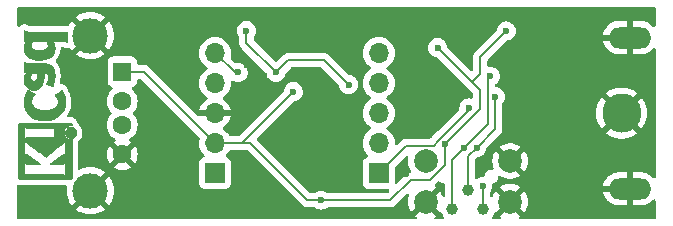
<source format=gbr>
%TF.GenerationSoftware,KiCad,Pcbnew,8.0.2*%
%TF.CreationDate,2024-05-05T20:52:19-05:00*%
%TF.ProjectId,ch554_USB_Host_Test,63683535-345f-4555-9342-5f486f73745f,rev?*%
%TF.SameCoordinates,Original*%
%TF.FileFunction,Copper,L2,Bot*%
%TF.FilePolarity,Positive*%
%FSLAX46Y46*%
G04 Gerber Fmt 4.6, Leading zero omitted, Abs format (unit mm)*
G04 Created by KiCad (PCBNEW 8.0.2) date 2024-05-05 20:52:19*
%MOMM*%
%LPD*%
G01*
G04 APERTURE LIST*
%TA.AperFunction,EtchedComponent*%
%ADD10C,0.010000*%
%TD*%
%TA.AperFunction,ComponentPad*%
%ADD11C,2.000000*%
%TD*%
%TA.AperFunction,ComponentPad*%
%ADD12R,1.700000X1.700000*%
%TD*%
%TA.AperFunction,ComponentPad*%
%ADD13O,1.700000X1.700000*%
%TD*%
%TA.AperFunction,ComponentPad*%
%ADD14R,1.500000X1.600000*%
%TD*%
%TA.AperFunction,ComponentPad*%
%ADD15C,1.600000*%
%TD*%
%TA.AperFunction,ComponentPad*%
%ADD16C,3.000000*%
%TD*%
%TA.AperFunction,ComponentPad*%
%ADD17C,3.316000*%
%TD*%
%TA.AperFunction,ComponentPad*%
%ADD18O,3.600000X1.800000*%
%TD*%
%TA.AperFunction,SMDPad,CuDef*%
%ADD19C,1.000000*%
%TD*%
%TA.AperFunction,ViaPad*%
%ADD20C,0.600000*%
%TD*%
%TA.AperFunction,Conductor*%
%ADD21C,0.200000*%
%TD*%
G04 APERTURE END LIST*
D10*
%TO.C,REF\u002A\u002A*%
X94096470Y-54363136D02*
X94192780Y-54389399D01*
X94281506Y-54434418D01*
X94356581Y-54495373D01*
X94416359Y-54570184D01*
X94459191Y-54656768D01*
X94483429Y-54753043D01*
X94487424Y-54856928D01*
X94477150Y-54934562D01*
X94449947Y-55017313D01*
X94404516Y-55092406D01*
X94338698Y-55164298D01*
X94294433Y-55202846D01*
X94236039Y-55242256D01*
X94175414Y-55267446D01*
X94106135Y-55280861D01*
X94021778Y-55284948D01*
X93975693Y-55284669D01*
X93934550Y-55282460D01*
X93902418Y-55276894D01*
X93871878Y-55266586D01*
X93835511Y-55250148D01*
X93808272Y-55236200D01*
X93722571Y-55177665D01*
X93653383Y-55105619D01*
X93602259Y-55021947D01*
X93570750Y-54928531D01*
X93563775Y-54895434D01*
X93556906Y-54854960D01*
X93555081Y-54821999D01*
X93558053Y-54787698D01*
X93565574Y-54743200D01*
X93577998Y-54691934D01*
X93615888Y-54601434D01*
X93670164Y-54522345D01*
X93738230Y-54456528D01*
X93817489Y-54405840D01*
X93905346Y-54372140D01*
X93999205Y-54357286D01*
X94096470Y-54363136D01*
%TA.AperFunction,EtchedComponent*%
G36*
X94096470Y-54363136D02*
G01*
X94192780Y-54389399D01*
X94281506Y-54434418D01*
X94356581Y-54495373D01*
X94416359Y-54570184D01*
X94459191Y-54656768D01*
X94483429Y-54753043D01*
X94487424Y-54856928D01*
X94477150Y-54934562D01*
X94449947Y-55017313D01*
X94404516Y-55092406D01*
X94338698Y-55164298D01*
X94294433Y-55202846D01*
X94236039Y-55242256D01*
X94175414Y-55267446D01*
X94106135Y-55280861D01*
X94021778Y-55284948D01*
X93975693Y-55284669D01*
X93934550Y-55282460D01*
X93902418Y-55276894D01*
X93871878Y-55266586D01*
X93835511Y-55250148D01*
X93808272Y-55236200D01*
X93722571Y-55177665D01*
X93653383Y-55105619D01*
X93602259Y-55021947D01*
X93570750Y-54928531D01*
X93563775Y-54895434D01*
X93556906Y-54854960D01*
X93555081Y-54821999D01*
X93558053Y-54787698D01*
X93565574Y-54743200D01*
X93577998Y-54691934D01*
X93615888Y-54601434D01*
X93670164Y-54522345D01*
X93738230Y-54456528D01*
X93817489Y-54405840D01*
X93905346Y-54372140D01*
X93999205Y-54357286D01*
X94096470Y-54363136D01*
G37*
%TD.AperFunction*%
X90366016Y-51215076D02*
X90385921Y-51226250D01*
X90421580Y-51247134D01*
X90470541Y-51276265D01*
X90530354Y-51312181D01*
X90598567Y-51353420D01*
X90672729Y-51398517D01*
X90969992Y-51579785D01*
X90925461Y-51626315D01*
X90847135Y-51717723D01*
X90772561Y-51831334D01*
X90718526Y-51949122D01*
X90685710Y-52069559D01*
X90674789Y-52191117D01*
X90676132Y-52232585D01*
X90694388Y-52350080D01*
X90733383Y-52460089D01*
X90792330Y-52561430D01*
X90870443Y-52652921D01*
X90966936Y-52733380D01*
X91081022Y-52801627D01*
X91115276Y-52817908D01*
X91238760Y-52863982D01*
X91377082Y-52899106D01*
X91526439Y-52923197D01*
X91683027Y-52936173D01*
X91843044Y-52937949D01*
X92002686Y-52928443D01*
X92158150Y-52907572D01*
X92305634Y-52875252D01*
X92441333Y-52831399D01*
X92527924Y-52793982D01*
X92641312Y-52729185D01*
X92734930Y-52653772D01*
X92809041Y-52567418D01*
X92863906Y-52469795D01*
X92899788Y-52360577D01*
X92916949Y-52239439D01*
X92918120Y-52170038D01*
X92903859Y-52047168D01*
X92868759Y-51931664D01*
X92813318Y-51824953D01*
X92738036Y-51728464D01*
X92723560Y-51712720D01*
X92697038Y-51682150D01*
X92679862Y-51659809D01*
X92675213Y-51649691D01*
X92677403Y-51647706D01*
X92696279Y-51633241D01*
X92729603Y-51609400D01*
X92774620Y-51578029D01*
X92828575Y-51540974D01*
X92888715Y-51500083D01*
X92952282Y-51457202D01*
X93016524Y-51414178D01*
X93078685Y-51372857D01*
X93136009Y-51335086D01*
X93185743Y-51302712D01*
X93225132Y-51277582D01*
X93251420Y-51261542D01*
X93261853Y-51256439D01*
X93266059Y-51261050D01*
X93271067Y-51280267D01*
X93273614Y-51289838D01*
X93284751Y-51317809D01*
X93303198Y-51359448D01*
X93327275Y-51410995D01*
X93355301Y-51468690D01*
X93360846Y-51479957D01*
X93440111Y-51657687D01*
X93499615Y-51827490D01*
X93539755Y-51991430D01*
X93560929Y-52151571D01*
X93563534Y-52309977D01*
X93547967Y-52468711D01*
X93530477Y-52564268D01*
X93485436Y-52728558D01*
X93422344Y-52882589D01*
X93340085Y-53028509D01*
X93237543Y-53168466D01*
X93113601Y-53304608D01*
X93068339Y-53348473D01*
X92936135Y-53460758D01*
X92798168Y-53553972D01*
X92650250Y-53630719D01*
X92488197Y-53693603D01*
X92476609Y-53697420D01*
X92290608Y-53747507D01*
X92094479Y-53780899D01*
X91892432Y-53797584D01*
X91688675Y-53797551D01*
X91487419Y-53780791D01*
X91292872Y-53747292D01*
X91109244Y-53697044D01*
X90991947Y-53653190D01*
X90829049Y-53575348D01*
X90675134Y-53481828D01*
X90533329Y-53374822D01*
X90406761Y-53256519D01*
X90298559Y-53129111D01*
X90245880Y-53051606D01*
X90176250Y-52924725D01*
X90117532Y-52787243D01*
X90072413Y-52645716D01*
X90043578Y-52506702D01*
X90041894Y-52492597D01*
X90038566Y-52449153D01*
X90035725Y-52391723D01*
X90033627Y-52326122D01*
X90032532Y-52258167D01*
X90034860Y-52131378D01*
X90047864Y-51983673D01*
X90072867Y-51845779D01*
X90110682Y-51712014D01*
X90119111Y-51688562D01*
X90138592Y-51640612D01*
X90163527Y-51584140D01*
X90192278Y-51522379D01*
X90223210Y-51458563D01*
X90254685Y-51395926D01*
X90285066Y-51337703D01*
X90312717Y-51287127D01*
X90336001Y-51247433D01*
X90353282Y-51221854D01*
X90362921Y-51213625D01*
X90366016Y-51215076D01*
%TA.AperFunction,EtchedComponent*%
G36*
X90366016Y-51215076D02*
G01*
X90385921Y-51226250D01*
X90421580Y-51247134D01*
X90470541Y-51276265D01*
X90530354Y-51312181D01*
X90598567Y-51353420D01*
X90672729Y-51398517D01*
X90969992Y-51579785D01*
X90925461Y-51626315D01*
X90847135Y-51717723D01*
X90772561Y-51831334D01*
X90718526Y-51949122D01*
X90685710Y-52069559D01*
X90674789Y-52191117D01*
X90676132Y-52232585D01*
X90694388Y-52350080D01*
X90733383Y-52460089D01*
X90792330Y-52561430D01*
X90870443Y-52652921D01*
X90966936Y-52733380D01*
X91081022Y-52801627D01*
X91115276Y-52817908D01*
X91238760Y-52863982D01*
X91377082Y-52899106D01*
X91526439Y-52923197D01*
X91683027Y-52936173D01*
X91843044Y-52937949D01*
X92002686Y-52928443D01*
X92158150Y-52907572D01*
X92305634Y-52875252D01*
X92441333Y-52831399D01*
X92527924Y-52793982D01*
X92641312Y-52729185D01*
X92734930Y-52653772D01*
X92809041Y-52567418D01*
X92863906Y-52469795D01*
X92899788Y-52360577D01*
X92916949Y-52239439D01*
X92918120Y-52170038D01*
X92903859Y-52047168D01*
X92868759Y-51931664D01*
X92813318Y-51824953D01*
X92738036Y-51728464D01*
X92723560Y-51712720D01*
X92697038Y-51682150D01*
X92679862Y-51659809D01*
X92675213Y-51649691D01*
X92677403Y-51647706D01*
X92696279Y-51633241D01*
X92729603Y-51609400D01*
X92774620Y-51578029D01*
X92828575Y-51540974D01*
X92888715Y-51500083D01*
X92952282Y-51457202D01*
X93016524Y-51414178D01*
X93078685Y-51372857D01*
X93136009Y-51335086D01*
X93185743Y-51302712D01*
X93225132Y-51277582D01*
X93251420Y-51261542D01*
X93261853Y-51256439D01*
X93266059Y-51261050D01*
X93271067Y-51280267D01*
X93273614Y-51289838D01*
X93284751Y-51317809D01*
X93303198Y-51359448D01*
X93327275Y-51410995D01*
X93355301Y-51468690D01*
X93360846Y-51479957D01*
X93440111Y-51657687D01*
X93499615Y-51827490D01*
X93539755Y-51991430D01*
X93560929Y-52151571D01*
X93563534Y-52309977D01*
X93547967Y-52468711D01*
X93530477Y-52564268D01*
X93485436Y-52728558D01*
X93422344Y-52882589D01*
X93340085Y-53028509D01*
X93237543Y-53168466D01*
X93113601Y-53304608D01*
X93068339Y-53348473D01*
X92936135Y-53460758D01*
X92798168Y-53553972D01*
X92650250Y-53630719D01*
X92488197Y-53693603D01*
X92476609Y-53697420D01*
X92290608Y-53747507D01*
X92094479Y-53780899D01*
X91892432Y-53797584D01*
X91688675Y-53797551D01*
X91487419Y-53780791D01*
X91292872Y-53747292D01*
X91109244Y-53697044D01*
X90991947Y-53653190D01*
X90829049Y-53575348D01*
X90675134Y-53481828D01*
X90533329Y-53374822D01*
X90406761Y-53256519D01*
X90298559Y-53129111D01*
X90245880Y-53051606D01*
X90176250Y-52924725D01*
X90117532Y-52787243D01*
X90072413Y-52645716D01*
X90043578Y-52506702D01*
X90041894Y-52492597D01*
X90038566Y-52449153D01*
X90035725Y-52391723D01*
X90033627Y-52326122D01*
X90032532Y-52258167D01*
X90034860Y-52131378D01*
X90047864Y-51983673D01*
X90072867Y-51845779D01*
X90110682Y-51712014D01*
X90119111Y-51688562D01*
X90138592Y-51640612D01*
X90163527Y-51584140D01*
X90192278Y-51522379D01*
X90223210Y-51458563D01*
X90254685Y-51395926D01*
X90285066Y-51337703D01*
X90312717Y-51287127D01*
X90336001Y-51247433D01*
X90353282Y-51221854D01*
X90362921Y-51213625D01*
X90366016Y-51215076D01*
G37*
%TD.AperFunction*%
X90137026Y-46226161D02*
X90146132Y-46231355D01*
X90160751Y-46239715D01*
X90174827Y-46247288D01*
X90189460Y-46254112D01*
X90205751Y-46260227D01*
X90224802Y-46265673D01*
X90247714Y-46270487D01*
X90275587Y-46274708D01*
X90309522Y-46278377D01*
X90350621Y-46281531D01*
X90399985Y-46284211D01*
X90458714Y-46286454D01*
X90527910Y-46288299D01*
X90608674Y-46289787D01*
X90702106Y-46290955D01*
X90809308Y-46291844D01*
X90931380Y-46292491D01*
X91069424Y-46292936D01*
X91224541Y-46293218D01*
X91397832Y-46293375D01*
X91590397Y-46293448D01*
X91803338Y-46293474D01*
X92037755Y-46293493D01*
X93722622Y-46293689D01*
X93722622Y-47199017D01*
X93685933Y-47174585D01*
X93676353Y-47168318D01*
X93630019Y-47142208D01*
X93582898Y-47124469D01*
X93527749Y-47112908D01*
X93457333Y-47105331D01*
X93450350Y-47104839D01*
X93412359Y-47103062D01*
X93358424Y-47101444D01*
X93291297Y-47099999D01*
X93213729Y-47098740D01*
X93128472Y-47097680D01*
X93038276Y-47096829D01*
X92945893Y-47096203D01*
X92854075Y-47095812D01*
X92765573Y-47095670D01*
X92683138Y-47095790D01*
X92609521Y-47096183D01*
X92547474Y-47096862D01*
X92499749Y-47097841D01*
X92469096Y-47099132D01*
X92458267Y-47100747D01*
X92462667Y-47108957D01*
X92477638Y-47130647D01*
X92499552Y-47160014D01*
X92533764Y-47208879D01*
X92580286Y-47297125D01*
X92613954Y-47395916D01*
X92635769Y-47508510D01*
X92646735Y-47638164D01*
X92647781Y-47730670D01*
X92637986Y-47852011D01*
X92613826Y-47962099D01*
X92574215Y-48065389D01*
X92518068Y-48166338D01*
X92487117Y-48211503D01*
X92395885Y-48316911D01*
X92286894Y-48408538D01*
X92160274Y-48486332D01*
X92016155Y-48550241D01*
X91854668Y-48600214D01*
X91675941Y-48636198D01*
X91480105Y-48658143D01*
X91324066Y-48663900D01*
X91267289Y-48665994D01*
X91189842Y-48665268D01*
X91038406Y-48656689D01*
X90901717Y-48637833D01*
X90775724Y-48607837D01*
X90656375Y-48565836D01*
X90539619Y-48510969D01*
X90428821Y-48444167D01*
X90315261Y-48353363D01*
X90219789Y-48249708D01*
X90142927Y-48133887D01*
X90085203Y-48006586D01*
X90047142Y-47868489D01*
X90041334Y-47830793D01*
X90035604Y-47751752D01*
X90035417Y-47663629D01*
X90040461Y-47574236D01*
X90050422Y-47491384D01*
X90055112Y-47469331D01*
X90648459Y-47469331D01*
X90656635Y-47553900D01*
X90684195Y-47627219D01*
X90731358Y-47689637D01*
X90798342Y-47741502D01*
X90885367Y-47783160D01*
X90992650Y-47814962D01*
X91004991Y-47817545D01*
X91066228Y-47826000D01*
X91143308Y-47831663D01*
X91230998Y-47834576D01*
X91324066Y-47834783D01*
X91417280Y-47832330D01*
X91505406Y-47827261D01*
X91583212Y-47819619D01*
X91645467Y-47809448D01*
X91651334Y-47808167D01*
X91761879Y-47779126D01*
X91852425Y-47744610D01*
X91925047Y-47703456D01*
X91981819Y-47654499D01*
X92024816Y-47596574D01*
X92040385Y-47564620D01*
X92059278Y-47491784D01*
X92062535Y-47410443D01*
X92050611Y-47325319D01*
X92023960Y-47241133D01*
X91983038Y-47162608D01*
X91939470Y-47095200D01*
X90789279Y-47095200D01*
X90742911Y-47165756D01*
X90719209Y-47206417D01*
X90693361Y-47260546D01*
X90675171Y-47309689D01*
X90659449Y-47373165D01*
X90648459Y-47469331D01*
X90055112Y-47469331D01*
X90064988Y-47422887D01*
X90074636Y-47392035D01*
X90104877Y-47314730D01*
X90142383Y-47237679D01*
X90183386Y-47168200D01*
X90224121Y-47113615D01*
X90243495Y-47090916D01*
X90261338Y-47068201D01*
X90268222Y-47056779D01*
X90266576Y-47055537D01*
X90248795Y-47052728D01*
X90215630Y-47050776D01*
X90172267Y-47050045D01*
X90076311Y-47050045D01*
X90076311Y-46191896D01*
X90137026Y-46226161D01*
%TA.AperFunction,EtchedComponent*%
G36*
X90137026Y-46226161D02*
G01*
X90146132Y-46231355D01*
X90160751Y-46239715D01*
X90174827Y-46247288D01*
X90189460Y-46254112D01*
X90205751Y-46260227D01*
X90224802Y-46265673D01*
X90247714Y-46270487D01*
X90275587Y-46274708D01*
X90309522Y-46278377D01*
X90350621Y-46281531D01*
X90399985Y-46284211D01*
X90458714Y-46286454D01*
X90527910Y-46288299D01*
X90608674Y-46289787D01*
X90702106Y-46290955D01*
X90809308Y-46291844D01*
X90931380Y-46292491D01*
X91069424Y-46292936D01*
X91224541Y-46293218D01*
X91397832Y-46293375D01*
X91590397Y-46293448D01*
X91803338Y-46293474D01*
X92037755Y-46293493D01*
X93722622Y-46293689D01*
X93722622Y-47199017D01*
X93685933Y-47174585D01*
X93676353Y-47168318D01*
X93630019Y-47142208D01*
X93582898Y-47124469D01*
X93527749Y-47112908D01*
X93457333Y-47105331D01*
X93450350Y-47104839D01*
X93412359Y-47103062D01*
X93358424Y-47101444D01*
X93291297Y-47099999D01*
X93213729Y-47098740D01*
X93128472Y-47097680D01*
X93038276Y-47096829D01*
X92945893Y-47096203D01*
X92854075Y-47095812D01*
X92765573Y-47095670D01*
X92683138Y-47095790D01*
X92609521Y-47096183D01*
X92547474Y-47096862D01*
X92499749Y-47097841D01*
X92469096Y-47099132D01*
X92458267Y-47100747D01*
X92462667Y-47108957D01*
X92477638Y-47130647D01*
X92499552Y-47160014D01*
X92533764Y-47208879D01*
X92580286Y-47297125D01*
X92613954Y-47395916D01*
X92635769Y-47508510D01*
X92646735Y-47638164D01*
X92647781Y-47730670D01*
X92637986Y-47852011D01*
X92613826Y-47962099D01*
X92574215Y-48065389D01*
X92518068Y-48166338D01*
X92487117Y-48211503D01*
X92395885Y-48316911D01*
X92286894Y-48408538D01*
X92160274Y-48486332D01*
X92016155Y-48550241D01*
X91854668Y-48600214D01*
X91675941Y-48636198D01*
X91480105Y-48658143D01*
X91324066Y-48663900D01*
X91267289Y-48665994D01*
X91189842Y-48665268D01*
X91038406Y-48656689D01*
X90901717Y-48637833D01*
X90775724Y-48607837D01*
X90656375Y-48565836D01*
X90539619Y-48510969D01*
X90428821Y-48444167D01*
X90315261Y-48353363D01*
X90219789Y-48249708D01*
X90142927Y-48133887D01*
X90085203Y-48006586D01*
X90047142Y-47868489D01*
X90041334Y-47830793D01*
X90035604Y-47751752D01*
X90035417Y-47663629D01*
X90040461Y-47574236D01*
X90050422Y-47491384D01*
X90055112Y-47469331D01*
X90648459Y-47469331D01*
X90656635Y-47553900D01*
X90684195Y-47627219D01*
X90731358Y-47689637D01*
X90798342Y-47741502D01*
X90885367Y-47783160D01*
X90992650Y-47814962D01*
X91004991Y-47817545D01*
X91066228Y-47826000D01*
X91143308Y-47831663D01*
X91230998Y-47834576D01*
X91324066Y-47834783D01*
X91417280Y-47832330D01*
X91505406Y-47827261D01*
X91583212Y-47819619D01*
X91645467Y-47809448D01*
X91651334Y-47808167D01*
X91761879Y-47779126D01*
X91852425Y-47744610D01*
X91925047Y-47703456D01*
X91981819Y-47654499D01*
X92024816Y-47596574D01*
X92040385Y-47564620D01*
X92059278Y-47491784D01*
X92062535Y-47410443D01*
X92050611Y-47325319D01*
X92023960Y-47241133D01*
X91983038Y-47162608D01*
X91939470Y-47095200D01*
X90789279Y-47095200D01*
X90742911Y-47165756D01*
X90719209Y-47206417D01*
X90693361Y-47260546D01*
X90675171Y-47309689D01*
X90659449Y-47373165D01*
X90648459Y-47469331D01*
X90055112Y-47469331D01*
X90064988Y-47422887D01*
X90074636Y-47392035D01*
X90104877Y-47314730D01*
X90142383Y-47237679D01*
X90183386Y-47168200D01*
X90224121Y-47113615D01*
X90243495Y-47090916D01*
X90261338Y-47068201D01*
X90268222Y-47056779D01*
X90266576Y-47055537D01*
X90248795Y-47052728D01*
X90215630Y-47050776D01*
X90172267Y-47050045D01*
X90076311Y-47050045D01*
X90076311Y-46191896D01*
X90137026Y-46226161D01*
G37*
%TD.AperFunction*%
X90086537Y-48867578D02*
X90102090Y-48874614D01*
X90124929Y-48890434D01*
X90130362Y-48894734D01*
X90144394Y-48905777D01*
X90157814Y-48915311D01*
X90172278Y-48923461D01*
X90189444Y-48930352D01*
X90210966Y-48936111D01*
X90238502Y-48940862D01*
X90273708Y-48944731D01*
X90318240Y-48947844D01*
X90373754Y-48950325D01*
X90441907Y-48952300D01*
X90524355Y-48953894D01*
X90622754Y-48955234D01*
X90738761Y-48956444D01*
X90874032Y-48957649D01*
X91030222Y-48958975D01*
X91172988Y-48960228D01*
X91318058Y-48961651D01*
X91443973Y-48963176D01*
X91552564Y-48964933D01*
X91645666Y-48967051D01*
X91725109Y-48969660D01*
X91792727Y-48972890D01*
X91850351Y-48976869D01*
X91899815Y-48981728D01*
X91942950Y-48987597D01*
X91981590Y-48994604D01*
X92017566Y-49002880D01*
X92052711Y-49012554D01*
X92088858Y-49023756D01*
X92127839Y-49036616D01*
X92170909Y-49052090D01*
X92263129Y-49094994D01*
X92342901Y-49148735D01*
X92417035Y-49217576D01*
X92480595Y-49295185D01*
X92542275Y-49399761D01*
X92589798Y-49519244D01*
X92623433Y-49654508D01*
X92643448Y-49806426D01*
X92650111Y-49975872D01*
X92649713Y-50033890D01*
X92647665Y-50099398D01*
X92643296Y-50160693D01*
X92635965Y-50222097D01*
X92625031Y-50287932D01*
X92609853Y-50362520D01*
X92589791Y-50450184D01*
X92564203Y-50555245D01*
X92557180Y-50583806D01*
X92539224Y-50659054D01*
X92523180Y-50729388D01*
X92509972Y-50790567D01*
X92500526Y-50838354D01*
X92495769Y-50868511D01*
X92492090Y-50896783D01*
X92486813Y-50923060D01*
X92482058Y-50933059D01*
X92473219Y-50929952D01*
X92445928Y-50919194D01*
X92403094Y-50901864D01*
X92347575Y-50879126D01*
X92282228Y-50852147D01*
X92209911Y-50822090D01*
X92194121Y-50815493D01*
X92103516Y-50776907D01*
X92033783Y-50745768D01*
X91984595Y-50721917D01*
X91955626Y-50705198D01*
X91946548Y-50695454D01*
X91948595Y-50687766D01*
X91958240Y-50661415D01*
X91973810Y-50622982D01*
X91993185Y-50577822D01*
X92031186Y-50483293D01*
X92072220Y-50346480D01*
X92097388Y-50205289D01*
X92101389Y-50167314D01*
X92103553Y-50064059D01*
X92090378Y-49976952D01*
X92061244Y-49905129D01*
X92015534Y-49847731D01*
X91952628Y-49803896D01*
X91871908Y-49772762D01*
X91772755Y-49753470D01*
X91713776Y-49746050D01*
X91720555Y-49907936D01*
X91722187Y-50034495D01*
X91715806Y-50185951D01*
X91701223Y-50334396D01*
X91679118Y-50470578D01*
X91664179Y-50535245D01*
X91621259Y-50667490D01*
X91564660Y-50789762D01*
X91495983Y-50899685D01*
X91416830Y-50994883D01*
X91328804Y-51072980D01*
X91233507Y-51131599D01*
X91181136Y-51155595D01*
X91110410Y-51181232D01*
X91039188Y-51197478D01*
X90960288Y-51205822D01*
X90869718Y-51207690D01*
X90866533Y-51207755D01*
X90832637Y-51207261D01*
X90757798Y-51203632D01*
X90695599Y-51196022D01*
X90639016Y-51183688D01*
X90512924Y-51139313D01*
X90398321Y-51076400D01*
X90297432Y-50996238D01*
X90211076Y-50899740D01*
X90140068Y-50787822D01*
X90085224Y-50661397D01*
X90047362Y-50521378D01*
X90041649Y-50485149D01*
X90035687Y-50406155D01*
X90035354Y-50317841D01*
X90040341Y-50228075D01*
X90050334Y-50144722D01*
X90055453Y-50120648D01*
X90598617Y-50120648D01*
X90601460Y-50196011D01*
X90613380Y-50256743D01*
X90635963Y-50308452D01*
X90670789Y-50356746D01*
X90675202Y-50361803D01*
X90730840Y-50410272D01*
X90794667Y-50438459D01*
X90869718Y-50447752D01*
X90941307Y-50440520D01*
X91004355Y-50415796D01*
X91062242Y-50371249D01*
X91109192Y-50316319D01*
X91149039Y-50243894D01*
X91176737Y-50157340D01*
X91192904Y-50054670D01*
X91198158Y-49933894D01*
X91198143Y-49925007D01*
X91197345Y-49869660D01*
X91195512Y-49822736D01*
X91192889Y-49788953D01*
X91189726Y-49773028D01*
X91183259Y-49768943D01*
X91161125Y-49764572D01*
X91122012Y-49761604D01*
X91064061Y-49759914D01*
X90985414Y-49759378D01*
X90789538Y-49759378D01*
X90733027Y-49804048D01*
X90717788Y-49816785D01*
X90675156Y-49863604D01*
X90639328Y-49924255D01*
X90634150Y-49934897D01*
X90617255Y-49973676D01*
X90607091Y-50008692D01*
X90601675Y-50048722D01*
X90599022Y-50102541D01*
X90598617Y-50120648D01*
X90055453Y-50120648D01*
X90065022Y-50075651D01*
X90095251Y-49989187D01*
X90149943Y-49879286D01*
X90217457Y-49781956D01*
X90268444Y-49719867D01*
X90172378Y-49716605D01*
X90076311Y-49713343D01*
X90076311Y-49290450D01*
X90076314Y-49279543D01*
X90076620Y-49185056D01*
X90077384Y-49098331D01*
X90078549Y-49021837D01*
X90080058Y-48958043D01*
X90081853Y-48909418D01*
X90083879Y-48878433D01*
X90086078Y-48867556D01*
X90086537Y-48867578D01*
%TA.AperFunction,EtchedComponent*%
G36*
X90086537Y-48867578D02*
G01*
X90102090Y-48874614D01*
X90124929Y-48890434D01*
X90130362Y-48894734D01*
X90144394Y-48905777D01*
X90157814Y-48915311D01*
X90172278Y-48923461D01*
X90189444Y-48930352D01*
X90210966Y-48936111D01*
X90238502Y-48940862D01*
X90273708Y-48944731D01*
X90318240Y-48947844D01*
X90373754Y-48950325D01*
X90441907Y-48952300D01*
X90524355Y-48953894D01*
X90622754Y-48955234D01*
X90738761Y-48956444D01*
X90874032Y-48957649D01*
X91030222Y-48958975D01*
X91172988Y-48960228D01*
X91318058Y-48961651D01*
X91443973Y-48963176D01*
X91552564Y-48964933D01*
X91645666Y-48967051D01*
X91725109Y-48969660D01*
X91792727Y-48972890D01*
X91850351Y-48976869D01*
X91899815Y-48981728D01*
X91942950Y-48987597D01*
X91981590Y-48994604D01*
X92017566Y-49002880D01*
X92052711Y-49012554D01*
X92088858Y-49023756D01*
X92127839Y-49036616D01*
X92170909Y-49052090D01*
X92263129Y-49094994D01*
X92342901Y-49148735D01*
X92417035Y-49217576D01*
X92480595Y-49295185D01*
X92542275Y-49399761D01*
X92589798Y-49519244D01*
X92623433Y-49654508D01*
X92643448Y-49806426D01*
X92650111Y-49975872D01*
X92649713Y-50033890D01*
X92647665Y-50099398D01*
X92643296Y-50160693D01*
X92635965Y-50222097D01*
X92625031Y-50287932D01*
X92609853Y-50362520D01*
X92589791Y-50450184D01*
X92564203Y-50555245D01*
X92557180Y-50583806D01*
X92539224Y-50659054D01*
X92523180Y-50729388D01*
X92509972Y-50790567D01*
X92500526Y-50838354D01*
X92495769Y-50868511D01*
X92492090Y-50896783D01*
X92486813Y-50923060D01*
X92482058Y-50933059D01*
X92473219Y-50929952D01*
X92445928Y-50919194D01*
X92403094Y-50901864D01*
X92347575Y-50879126D01*
X92282228Y-50852147D01*
X92209911Y-50822090D01*
X92194121Y-50815493D01*
X92103516Y-50776907D01*
X92033783Y-50745768D01*
X91984595Y-50721917D01*
X91955626Y-50705198D01*
X91946548Y-50695454D01*
X91948595Y-50687766D01*
X91958240Y-50661415D01*
X91973810Y-50622982D01*
X91993185Y-50577822D01*
X92031186Y-50483293D01*
X92072220Y-50346480D01*
X92097388Y-50205289D01*
X92101389Y-50167314D01*
X92103553Y-50064059D01*
X92090378Y-49976952D01*
X92061244Y-49905129D01*
X92015534Y-49847731D01*
X91952628Y-49803896D01*
X91871908Y-49772762D01*
X91772755Y-49753470D01*
X91713776Y-49746050D01*
X91720555Y-49907936D01*
X91722187Y-50034495D01*
X91715806Y-50185951D01*
X91701223Y-50334396D01*
X91679118Y-50470578D01*
X91664179Y-50535245D01*
X91621259Y-50667490D01*
X91564660Y-50789762D01*
X91495983Y-50899685D01*
X91416830Y-50994883D01*
X91328804Y-51072980D01*
X91233507Y-51131599D01*
X91181136Y-51155595D01*
X91110410Y-51181232D01*
X91039188Y-51197478D01*
X90960288Y-51205822D01*
X90869718Y-51207690D01*
X90866533Y-51207755D01*
X90832637Y-51207261D01*
X90757798Y-51203632D01*
X90695599Y-51196022D01*
X90639016Y-51183688D01*
X90512924Y-51139313D01*
X90398321Y-51076400D01*
X90297432Y-50996238D01*
X90211076Y-50899740D01*
X90140068Y-50787822D01*
X90085224Y-50661397D01*
X90047362Y-50521378D01*
X90041649Y-50485149D01*
X90035687Y-50406155D01*
X90035354Y-50317841D01*
X90040341Y-50228075D01*
X90050334Y-50144722D01*
X90055453Y-50120648D01*
X90598617Y-50120648D01*
X90601460Y-50196011D01*
X90613380Y-50256743D01*
X90635963Y-50308452D01*
X90670789Y-50356746D01*
X90675202Y-50361803D01*
X90730840Y-50410272D01*
X90794667Y-50438459D01*
X90869718Y-50447752D01*
X90941307Y-50440520D01*
X91004355Y-50415796D01*
X91062242Y-50371249D01*
X91109192Y-50316319D01*
X91149039Y-50243894D01*
X91176737Y-50157340D01*
X91192904Y-50054670D01*
X91198158Y-49933894D01*
X91198143Y-49925007D01*
X91197345Y-49869660D01*
X91195512Y-49822736D01*
X91192889Y-49788953D01*
X91189726Y-49773028D01*
X91183259Y-49768943D01*
X91161125Y-49764572D01*
X91122012Y-49761604D01*
X91064061Y-49759914D01*
X90985414Y-49759378D01*
X90789538Y-49759378D01*
X90733027Y-49804048D01*
X90717788Y-49816785D01*
X90675156Y-49863604D01*
X90639328Y-49924255D01*
X90634150Y-49934897D01*
X90617255Y-49973676D01*
X90607091Y-50008692D01*
X90601675Y-50048722D01*
X90599022Y-50102541D01*
X90598617Y-50120648D01*
X90055453Y-50120648D01*
X90065022Y-50075651D01*
X90095251Y-49989187D01*
X90149943Y-49879286D01*
X90217457Y-49781956D01*
X90268444Y-49719867D01*
X90172378Y-49716605D01*
X90076311Y-49713343D01*
X90076311Y-49290450D01*
X90076314Y-49279543D01*
X90076620Y-49185056D01*
X90077384Y-49098331D01*
X90078549Y-49021837D01*
X90080058Y-48958043D01*
X90081853Y-48909418D01*
X90083879Y-48878433D01*
X90086078Y-48867556D01*
X90086537Y-48867578D01*
G37*
%TD.AperFunction*%
X94079351Y-54076249D02*
X94103089Y-54103355D01*
X94114889Y-54130253D01*
X94117733Y-54166560D01*
X94117733Y-54218489D01*
X94029794Y-54218489D01*
X93979898Y-54220427D01*
X93869477Y-54239199D01*
X93768013Y-54276217D01*
X93676848Y-54329369D01*
X93597327Y-54396546D01*
X93530795Y-54475638D01*
X93478594Y-54564534D01*
X93442070Y-54661125D01*
X93422566Y-54763300D01*
X93421427Y-54868950D01*
X93439995Y-54975964D01*
X93479616Y-55082232D01*
X93537484Y-55179219D01*
X93612316Y-55264293D01*
X93700385Y-55333015D01*
X93799384Y-55383918D01*
X93907007Y-55415535D01*
X94020946Y-55426400D01*
X94117733Y-55426400D01*
X94117733Y-57046753D01*
X94117720Y-57257897D01*
X94117670Y-57462020D01*
X94117570Y-57645686D01*
X94117408Y-57809991D01*
X94117171Y-57956029D01*
X94116847Y-58084894D01*
X94116425Y-58197683D01*
X94115891Y-58295488D01*
X94115233Y-58379404D01*
X94114439Y-58450527D01*
X94113496Y-58509950D01*
X94112392Y-58558768D01*
X94111116Y-58598077D01*
X94109653Y-58628969D01*
X94107993Y-58652541D01*
X94106122Y-58669886D01*
X94104028Y-58682099D01*
X94101700Y-58690275D01*
X94099124Y-58695508D01*
X94095555Y-58701504D01*
X94092022Y-58708279D01*
X94088512Y-58714478D01*
X94084082Y-58720126D01*
X94077792Y-58725247D01*
X94068699Y-58729869D01*
X94055861Y-58734015D01*
X94038338Y-58737713D01*
X94015187Y-58740987D01*
X93985466Y-58743863D01*
X93948235Y-58746367D01*
X93902551Y-58748524D01*
X93847473Y-58750360D01*
X93782059Y-58751900D01*
X93705367Y-58753170D01*
X93616456Y-58754195D01*
X93514383Y-58755001D01*
X93508133Y-58755034D01*
X93398208Y-58755614D01*
X93266989Y-58756059D01*
X93119784Y-58756362D01*
X92955651Y-58756548D01*
X92773648Y-58756642D01*
X92572835Y-58756671D01*
X92352268Y-58756661D01*
X92111008Y-58756636D01*
X91848111Y-58756622D01*
X91805960Y-58756622D01*
X91545332Y-58756646D01*
X91306204Y-58756685D01*
X91087640Y-58756708D01*
X90888705Y-58756687D01*
X90708465Y-58756593D01*
X90545985Y-58756395D01*
X90400330Y-58756063D01*
X90270566Y-58755569D01*
X90155757Y-58754883D01*
X90054970Y-58753976D01*
X89967270Y-58752817D01*
X89891721Y-58751378D01*
X89827389Y-58749629D01*
X89773339Y-58747540D01*
X89728637Y-58745083D01*
X89692348Y-58742227D01*
X89663537Y-58738943D01*
X89641269Y-58735202D01*
X89624610Y-58730974D01*
X89612625Y-58726229D01*
X89604379Y-58720939D01*
X89598938Y-58715073D01*
X89595366Y-58708602D01*
X89592730Y-58701497D01*
X89590094Y-58693728D01*
X89586523Y-58685266D01*
X89584855Y-58680908D01*
X89582889Y-58672395D01*
X89581089Y-58659694D01*
X89579445Y-58641885D01*
X89577953Y-58618049D01*
X89576603Y-58587266D01*
X89575389Y-58548617D01*
X89574303Y-58501182D01*
X89573339Y-58444043D01*
X89572489Y-58376279D01*
X89571747Y-58296971D01*
X89571103Y-58205199D01*
X89570553Y-58100044D01*
X89570087Y-57980587D01*
X89569700Y-57845908D01*
X89569384Y-57695088D01*
X89569131Y-57527206D01*
X89568934Y-57341345D01*
X89568787Y-57136583D01*
X89568682Y-56912002D01*
X89568613Y-56675090D01*
X90087600Y-56675090D01*
X90163800Y-56674456D01*
X90205840Y-56675574D01*
X90241666Y-56681304D01*
X90279228Y-56693890D01*
X90327423Y-56715568D01*
X90334103Y-56718789D01*
X90383641Y-56744188D01*
X90431631Y-56770996D01*
X90468534Y-56793917D01*
X90475166Y-56798485D01*
X90506407Y-56820516D01*
X90551346Y-56852693D01*
X90607853Y-56893457D01*
X90673796Y-56941245D01*
X90747043Y-56994498D01*
X90825464Y-57051655D01*
X90906928Y-57111155D01*
X90989302Y-57171437D01*
X91070456Y-57230940D01*
X91148258Y-57288105D01*
X91220577Y-57341370D01*
X91285282Y-57389174D01*
X91340241Y-57429957D01*
X91383324Y-57462158D01*
X91412398Y-57484216D01*
X91425333Y-57494571D01*
X91429649Y-57499044D01*
X91431688Y-57503236D01*
X91429074Y-57506643D01*
X91420014Y-57509325D01*
X91402715Y-57511341D01*
X91375386Y-57512748D01*
X91336235Y-57513605D01*
X91283467Y-57513970D01*
X91215293Y-57513903D01*
X91129918Y-57513460D01*
X91025551Y-57512702D01*
X90900400Y-57511685D01*
X90855700Y-57511308D01*
X90734605Y-57510169D01*
X90633312Y-57508972D01*
X90549738Y-57507636D01*
X90481796Y-57506077D01*
X90427401Y-57504215D01*
X90384468Y-57501966D01*
X90350911Y-57499248D01*
X90324645Y-57495979D01*
X90303584Y-57492078D01*
X90285643Y-57487461D01*
X90259230Y-57479192D01*
X90197228Y-57455583D01*
X90144427Y-57429685D01*
X90107355Y-57404535D01*
X90105925Y-57403339D01*
X90101576Y-57401168D01*
X90097974Y-57403328D01*
X90095049Y-57411644D01*
X90092731Y-57427940D01*
X90090949Y-57454041D01*
X90089633Y-57491771D01*
X90088714Y-57542956D01*
X90088122Y-57609420D01*
X90087785Y-57692987D01*
X90087635Y-57795483D01*
X90087600Y-57918732D01*
X90087600Y-58450296D01*
X90145217Y-58411523D01*
X90154107Y-58405432D01*
X90168931Y-58394976D01*
X90182578Y-58385579D01*
X90196235Y-58377183D01*
X90211089Y-58369733D01*
X90228330Y-58363173D01*
X90249145Y-58357446D01*
X90274720Y-58352495D01*
X90306245Y-58348266D01*
X90344907Y-58344701D01*
X90391893Y-58341744D01*
X90448392Y-58339340D01*
X90515591Y-58337431D01*
X90594678Y-58335962D01*
X90686840Y-58334876D01*
X90793266Y-58334118D01*
X90915143Y-58333630D01*
X91053659Y-58333358D01*
X91210001Y-58333243D01*
X91385358Y-58333231D01*
X91580918Y-58333265D01*
X91797867Y-58333289D01*
X91920487Y-58333280D01*
X92125553Y-58333243D01*
X92309884Y-58333227D01*
X92474666Y-58333288D01*
X92621084Y-58333484D01*
X92750326Y-58333870D01*
X92863578Y-58334505D01*
X92962025Y-58335444D01*
X93046856Y-58336745D01*
X93119256Y-58338464D01*
X93180411Y-58340659D01*
X93231508Y-58343385D01*
X93273733Y-58346701D01*
X93308273Y-58350662D01*
X93336314Y-58355325D01*
X93359042Y-58360747D01*
X93377644Y-58366986D01*
X93393307Y-58374097D01*
X93407216Y-58382138D01*
X93420559Y-58391166D01*
X93434521Y-58401236D01*
X93450289Y-58412407D01*
X93508133Y-58452197D01*
X93508133Y-57392314D01*
X93445034Y-57430311D01*
X93419995Y-57444993D01*
X93392414Y-57459531D01*
X93364300Y-57471627D01*
X93333449Y-57481532D01*
X93297656Y-57489494D01*
X93254717Y-57495761D01*
X93202426Y-57500582D01*
X93138581Y-57504206D01*
X93060975Y-57506881D01*
X92967406Y-57508857D01*
X92855667Y-57510382D01*
X92723555Y-57511704D01*
X92603566Y-57512613D01*
X92486937Y-57513020D01*
X92391469Y-57512767D01*
X92317444Y-57511857D01*
X92265145Y-57510293D01*
X92234851Y-57508079D01*
X92226844Y-57505220D01*
X92230142Y-57502161D01*
X92251592Y-57484006D01*
X92288111Y-57454275D01*
X92337558Y-57414639D01*
X92397793Y-57366771D01*
X92466673Y-57312343D01*
X92542057Y-57253027D01*
X92621804Y-57190495D01*
X92703772Y-57126421D01*
X92785820Y-57062475D01*
X92865806Y-57000331D01*
X92941589Y-56941661D01*
X93011027Y-56888137D01*
X93071979Y-56841430D01*
X93122304Y-56803214D01*
X93159860Y-56775161D01*
X93182505Y-56758943D01*
X93254788Y-56713635D01*
X93334537Y-56673661D01*
X93402812Y-56652130D01*
X93460156Y-56648827D01*
X93508133Y-56654116D01*
X93507883Y-55522356D01*
X93477278Y-55561867D01*
X93469911Y-55571248D01*
X93415562Y-55634183D01*
X93347741Y-55702997D01*
X93264484Y-55779596D01*
X93163822Y-55865888D01*
X93143153Y-55883052D01*
X93093591Y-55923833D01*
X93032674Y-55973588D01*
X92962102Y-56030955D01*
X92883576Y-56094569D01*
X92798796Y-56163069D01*
X92709463Y-56235090D01*
X92617278Y-56309270D01*
X92598298Y-56324517D01*
X92523940Y-56384246D01*
X92431152Y-56458653D01*
X92340612Y-56531131D01*
X92254022Y-56600314D01*
X92173082Y-56664841D01*
X92099494Y-56723347D01*
X92034956Y-56774470D01*
X91981171Y-56816847D01*
X91939838Y-56849115D01*
X91912658Y-56869910D01*
X91901332Y-56877869D01*
X91897229Y-56876111D01*
X91876666Y-56863230D01*
X91840439Y-56838885D01*
X91790176Y-56804247D01*
X91727508Y-56760486D01*
X91654064Y-56708775D01*
X91571473Y-56650284D01*
X91481364Y-56586184D01*
X91385369Y-56517646D01*
X91285115Y-56445843D01*
X91182232Y-56371944D01*
X91078350Y-56297121D01*
X90975099Y-56222545D01*
X90874108Y-56149387D01*
X90777006Y-56078819D01*
X90685423Y-56012011D01*
X90600989Y-55950135D01*
X90525333Y-55894361D01*
X90460084Y-55845862D01*
X90406872Y-55805807D01*
X90367327Y-55775369D01*
X90341974Y-55754944D01*
X90287705Y-55708899D01*
X90231225Y-55658612D01*
X90181331Y-55611815D01*
X90087600Y-55520651D01*
X90087600Y-56675090D01*
X89568613Y-56675090D01*
X89568611Y-56666682D01*
X89568568Y-56399704D01*
X89568563Y-56361321D01*
X89568520Y-56095922D01*
X89568475Y-55852050D01*
X89568452Y-55628783D01*
X89568476Y-55425196D01*
X89568570Y-55240367D01*
X89568757Y-55073373D01*
X89569061Y-54923290D01*
X89569396Y-54822445D01*
X90087600Y-54822445D01*
X90087651Y-54891356D01*
X90087909Y-54989607D01*
X90088363Y-55079030D01*
X90088990Y-55157333D01*
X90089765Y-55222223D01*
X90090665Y-55271411D01*
X90091666Y-55302604D01*
X90092743Y-55313511D01*
X90095963Y-55312322D01*
X90113548Y-55302176D01*
X90139842Y-55285040D01*
X90152309Y-55276540D01*
X90166378Y-55267329D01*
X90180649Y-55259233D01*
X90196521Y-55252185D01*
X90215391Y-55246117D01*
X90238659Y-55240961D01*
X90267722Y-55236651D01*
X90303979Y-55233119D01*
X90348830Y-55230297D01*
X90403672Y-55228118D01*
X90469903Y-55226514D01*
X90548923Y-55225419D01*
X90642129Y-55224765D01*
X90750921Y-55224484D01*
X90876697Y-55224509D01*
X91020855Y-55224772D01*
X91184793Y-55225206D01*
X91369911Y-55225745D01*
X91548768Y-55226279D01*
X91707626Y-55226805D01*
X91846684Y-55227350D01*
X91967335Y-55227945D01*
X92070972Y-55228619D01*
X92158989Y-55229403D01*
X92232777Y-55230326D01*
X92293731Y-55231419D01*
X92343243Y-55232712D01*
X92382707Y-55234235D01*
X92413516Y-55236019D01*
X92437062Y-55238092D01*
X92454740Y-55240486D01*
X92467941Y-55243230D01*
X92478060Y-55246356D01*
X92486489Y-55249892D01*
X92494625Y-55253791D01*
X92531456Y-55273438D01*
X92561609Y-55292225D01*
X92563092Y-55293272D01*
X92585341Y-55307602D01*
X92598298Y-55313511D01*
X92598751Y-55312504D01*
X92600197Y-55295305D01*
X92601520Y-55258656D01*
X92602684Y-55204962D01*
X92603653Y-55136630D01*
X92604389Y-55056064D01*
X92604858Y-54965670D01*
X92605022Y-54867853D01*
X92605022Y-54422195D01*
X91428155Y-54419120D01*
X90251289Y-54416045D01*
X90192378Y-54389407D01*
X90167817Y-54377485D01*
X90137566Y-54360246D01*
X90120440Y-54347074D01*
X90112409Y-54339076D01*
X90097507Y-54331378D01*
X90096235Y-54335260D01*
X90094209Y-54358520D01*
X90092374Y-54400874D01*
X90090773Y-54460132D01*
X90089451Y-54534107D01*
X90088452Y-54620610D01*
X90087820Y-54717452D01*
X90087600Y-54822445D01*
X89569396Y-54822445D01*
X89569506Y-54789196D01*
X89570115Y-54670166D01*
X89570911Y-54565279D01*
X89571920Y-54473610D01*
X89573163Y-54394237D01*
X89574665Y-54326237D01*
X89576449Y-54268686D01*
X89578539Y-54220662D01*
X89580958Y-54181240D01*
X89583730Y-54149499D01*
X89586879Y-54124514D01*
X89590428Y-54105364D01*
X89594402Y-54091123D01*
X89598822Y-54080871D01*
X89603714Y-54073682D01*
X89609100Y-54068635D01*
X89615004Y-54064805D01*
X89621451Y-54061271D01*
X89628463Y-54057108D01*
X89630313Y-54056025D01*
X89635820Y-54053813D01*
X89644132Y-54051786D01*
X89656191Y-54049938D01*
X89672937Y-54048261D01*
X89695313Y-54046745D01*
X89724260Y-54045383D01*
X89760720Y-54044167D01*
X89805633Y-54043089D01*
X89859943Y-54042140D01*
X89924590Y-54041312D01*
X90000516Y-54040597D01*
X90088662Y-54039987D01*
X90189971Y-54039474D01*
X90305383Y-54039050D01*
X90435840Y-54038706D01*
X90582284Y-54038434D01*
X90745656Y-54038227D01*
X90926899Y-54038076D01*
X91126952Y-54037972D01*
X91346759Y-54037908D01*
X91587261Y-54037876D01*
X91849398Y-54037867D01*
X94040969Y-54037867D01*
X94079351Y-54076249D01*
%TA.AperFunction,EtchedComponent*%
G36*
X94079351Y-54076249D02*
G01*
X94103089Y-54103355D01*
X94114889Y-54130253D01*
X94117733Y-54166560D01*
X94117733Y-54218489D01*
X94029794Y-54218489D01*
X93979898Y-54220427D01*
X93869477Y-54239199D01*
X93768013Y-54276217D01*
X93676848Y-54329369D01*
X93597327Y-54396546D01*
X93530795Y-54475638D01*
X93478594Y-54564534D01*
X93442070Y-54661125D01*
X93422566Y-54763300D01*
X93421427Y-54868950D01*
X93439995Y-54975964D01*
X93479616Y-55082232D01*
X93537484Y-55179219D01*
X93612316Y-55264293D01*
X93700385Y-55333015D01*
X93799384Y-55383918D01*
X93907007Y-55415535D01*
X94020946Y-55426400D01*
X94117733Y-55426400D01*
X94117733Y-57046753D01*
X94117720Y-57257897D01*
X94117670Y-57462020D01*
X94117570Y-57645686D01*
X94117408Y-57809991D01*
X94117171Y-57956029D01*
X94116847Y-58084894D01*
X94116425Y-58197683D01*
X94115891Y-58295488D01*
X94115233Y-58379404D01*
X94114439Y-58450527D01*
X94113496Y-58509950D01*
X94112392Y-58558768D01*
X94111116Y-58598077D01*
X94109653Y-58628969D01*
X94107993Y-58652541D01*
X94106122Y-58669886D01*
X94104028Y-58682099D01*
X94101700Y-58690275D01*
X94099124Y-58695508D01*
X94095555Y-58701504D01*
X94092022Y-58708279D01*
X94088512Y-58714478D01*
X94084082Y-58720126D01*
X94077792Y-58725247D01*
X94068699Y-58729869D01*
X94055861Y-58734015D01*
X94038338Y-58737713D01*
X94015187Y-58740987D01*
X93985466Y-58743863D01*
X93948235Y-58746367D01*
X93902551Y-58748524D01*
X93847473Y-58750360D01*
X93782059Y-58751900D01*
X93705367Y-58753170D01*
X93616456Y-58754195D01*
X93514383Y-58755001D01*
X93508133Y-58755034D01*
X93398208Y-58755614D01*
X93266989Y-58756059D01*
X93119784Y-58756362D01*
X92955651Y-58756548D01*
X92773648Y-58756642D01*
X92572835Y-58756671D01*
X92352268Y-58756661D01*
X92111008Y-58756636D01*
X91848111Y-58756622D01*
X91805960Y-58756622D01*
X91545332Y-58756646D01*
X91306204Y-58756685D01*
X91087640Y-58756708D01*
X90888705Y-58756687D01*
X90708465Y-58756593D01*
X90545985Y-58756395D01*
X90400330Y-58756063D01*
X90270566Y-58755569D01*
X90155757Y-58754883D01*
X90054970Y-58753976D01*
X89967270Y-58752817D01*
X89891721Y-58751378D01*
X89827389Y-58749629D01*
X89773339Y-58747540D01*
X89728637Y-58745083D01*
X89692348Y-58742227D01*
X89663537Y-58738943D01*
X89641269Y-58735202D01*
X89624610Y-58730974D01*
X89612625Y-58726229D01*
X89604379Y-58720939D01*
X89598938Y-58715073D01*
X89595366Y-58708602D01*
X89592730Y-58701497D01*
X89590094Y-58693728D01*
X89586523Y-58685266D01*
X89584855Y-58680908D01*
X89582889Y-58672395D01*
X89581089Y-58659694D01*
X89579445Y-58641885D01*
X89577953Y-58618049D01*
X89576603Y-58587266D01*
X89575389Y-58548617D01*
X89574303Y-58501182D01*
X89573339Y-58444043D01*
X89572489Y-58376279D01*
X89571747Y-58296971D01*
X89571103Y-58205199D01*
X89570553Y-58100044D01*
X89570087Y-57980587D01*
X89569700Y-57845908D01*
X89569384Y-57695088D01*
X89569131Y-57527206D01*
X89568934Y-57341345D01*
X89568787Y-57136583D01*
X89568682Y-56912002D01*
X89568613Y-56675090D01*
X90087600Y-56675090D01*
X90163800Y-56674456D01*
X90205840Y-56675574D01*
X90241666Y-56681304D01*
X90279228Y-56693890D01*
X90327423Y-56715568D01*
X90334103Y-56718789D01*
X90383641Y-56744188D01*
X90431631Y-56770996D01*
X90468534Y-56793917D01*
X90475166Y-56798485D01*
X90506407Y-56820516D01*
X90551346Y-56852693D01*
X90607853Y-56893457D01*
X90673796Y-56941245D01*
X90747043Y-56994498D01*
X90825464Y-57051655D01*
X90906928Y-57111155D01*
X90989302Y-57171437D01*
X91070456Y-57230940D01*
X91148258Y-57288105D01*
X91220577Y-57341370D01*
X91285282Y-57389174D01*
X91340241Y-57429957D01*
X91383324Y-57462158D01*
X91412398Y-57484216D01*
X91425333Y-57494571D01*
X91429649Y-57499044D01*
X91431688Y-57503236D01*
X91429074Y-57506643D01*
X91420014Y-57509325D01*
X91402715Y-57511341D01*
X91375386Y-57512748D01*
X91336235Y-57513605D01*
X91283467Y-57513970D01*
X91215293Y-57513903D01*
X91129918Y-57513460D01*
X91025551Y-57512702D01*
X90900400Y-57511685D01*
X90855700Y-57511308D01*
X90734605Y-57510169D01*
X90633312Y-57508972D01*
X90549738Y-57507636D01*
X90481796Y-57506077D01*
X90427401Y-57504215D01*
X90384468Y-57501966D01*
X90350911Y-57499248D01*
X90324645Y-57495979D01*
X90303584Y-57492078D01*
X90285643Y-57487461D01*
X90259230Y-57479192D01*
X90197228Y-57455583D01*
X90144427Y-57429685D01*
X90107355Y-57404535D01*
X90105925Y-57403339D01*
X90101576Y-57401168D01*
X90097974Y-57403328D01*
X90095049Y-57411644D01*
X90092731Y-57427940D01*
X90090949Y-57454041D01*
X90089633Y-57491771D01*
X90088714Y-57542956D01*
X90088122Y-57609420D01*
X90087785Y-57692987D01*
X90087635Y-57795483D01*
X90087600Y-57918732D01*
X90087600Y-58450296D01*
X90145217Y-58411523D01*
X90154107Y-58405432D01*
X90168931Y-58394976D01*
X90182578Y-58385579D01*
X90196235Y-58377183D01*
X90211089Y-58369733D01*
X90228330Y-58363173D01*
X90249145Y-58357446D01*
X90274720Y-58352495D01*
X90306245Y-58348266D01*
X90344907Y-58344701D01*
X90391893Y-58341744D01*
X90448392Y-58339340D01*
X90515591Y-58337431D01*
X90594678Y-58335962D01*
X90686840Y-58334876D01*
X90793266Y-58334118D01*
X90915143Y-58333630D01*
X91053659Y-58333358D01*
X91210001Y-58333243D01*
X91385358Y-58333231D01*
X91580918Y-58333265D01*
X91797867Y-58333289D01*
X91920487Y-58333280D01*
X92125553Y-58333243D01*
X92309884Y-58333227D01*
X92474666Y-58333288D01*
X92621084Y-58333484D01*
X92750326Y-58333870D01*
X92863578Y-58334505D01*
X92962025Y-58335444D01*
X93046856Y-58336745D01*
X93119256Y-58338464D01*
X93180411Y-58340659D01*
X93231508Y-58343385D01*
X93273733Y-58346701D01*
X93308273Y-58350662D01*
X93336314Y-58355325D01*
X93359042Y-58360747D01*
X93377644Y-58366986D01*
X93393307Y-58374097D01*
X93407216Y-58382138D01*
X93420559Y-58391166D01*
X93434521Y-58401236D01*
X93450289Y-58412407D01*
X93508133Y-58452197D01*
X93508133Y-57392314D01*
X93445034Y-57430311D01*
X93419995Y-57444993D01*
X93392414Y-57459531D01*
X93364300Y-57471627D01*
X93333449Y-57481532D01*
X93297656Y-57489494D01*
X93254717Y-57495761D01*
X93202426Y-57500582D01*
X93138581Y-57504206D01*
X93060975Y-57506881D01*
X92967406Y-57508857D01*
X92855667Y-57510382D01*
X92723555Y-57511704D01*
X92603566Y-57512613D01*
X92486937Y-57513020D01*
X92391469Y-57512767D01*
X92317444Y-57511857D01*
X92265145Y-57510293D01*
X92234851Y-57508079D01*
X92226844Y-57505220D01*
X92230142Y-57502161D01*
X92251592Y-57484006D01*
X92288111Y-57454275D01*
X92337558Y-57414639D01*
X92397793Y-57366771D01*
X92466673Y-57312343D01*
X92542057Y-57253027D01*
X92621804Y-57190495D01*
X92703772Y-57126421D01*
X92785820Y-57062475D01*
X92865806Y-57000331D01*
X92941589Y-56941661D01*
X93011027Y-56888137D01*
X93071979Y-56841430D01*
X93122304Y-56803214D01*
X93159860Y-56775161D01*
X93182505Y-56758943D01*
X93254788Y-56713635D01*
X93334537Y-56673661D01*
X93402812Y-56652130D01*
X93460156Y-56648827D01*
X93508133Y-56654116D01*
X93507883Y-55522356D01*
X93477278Y-55561867D01*
X93469911Y-55571248D01*
X93415562Y-55634183D01*
X93347741Y-55702997D01*
X93264484Y-55779596D01*
X93163822Y-55865888D01*
X93143153Y-55883052D01*
X93093591Y-55923833D01*
X93032674Y-55973588D01*
X92962102Y-56030955D01*
X92883576Y-56094569D01*
X92798796Y-56163069D01*
X92709463Y-56235090D01*
X92617278Y-56309270D01*
X92598298Y-56324517D01*
X92523940Y-56384246D01*
X92431152Y-56458653D01*
X92340612Y-56531131D01*
X92254022Y-56600314D01*
X92173082Y-56664841D01*
X92099494Y-56723347D01*
X92034956Y-56774470D01*
X91981171Y-56816847D01*
X91939838Y-56849115D01*
X91912658Y-56869910D01*
X91901332Y-56877869D01*
X91897229Y-56876111D01*
X91876666Y-56863230D01*
X91840439Y-56838885D01*
X91790176Y-56804247D01*
X91727508Y-56760486D01*
X91654064Y-56708775D01*
X91571473Y-56650284D01*
X91481364Y-56586184D01*
X91385369Y-56517646D01*
X91285115Y-56445843D01*
X91182232Y-56371944D01*
X91078350Y-56297121D01*
X90975099Y-56222545D01*
X90874108Y-56149387D01*
X90777006Y-56078819D01*
X90685423Y-56012011D01*
X90600989Y-55950135D01*
X90525333Y-55894361D01*
X90460084Y-55845862D01*
X90406872Y-55805807D01*
X90367327Y-55775369D01*
X90341974Y-55754944D01*
X90287705Y-55708899D01*
X90231225Y-55658612D01*
X90181331Y-55611815D01*
X90087600Y-55520651D01*
X90087600Y-56675090D01*
X89568613Y-56675090D01*
X89568611Y-56666682D01*
X89568568Y-56399704D01*
X89568563Y-56361321D01*
X89568520Y-56095922D01*
X89568475Y-55852050D01*
X89568452Y-55628783D01*
X89568476Y-55425196D01*
X89568570Y-55240367D01*
X89568757Y-55073373D01*
X89569061Y-54923290D01*
X89569396Y-54822445D01*
X90087600Y-54822445D01*
X90087651Y-54891356D01*
X90087909Y-54989607D01*
X90088363Y-55079030D01*
X90088990Y-55157333D01*
X90089765Y-55222223D01*
X90090665Y-55271411D01*
X90091666Y-55302604D01*
X90092743Y-55313511D01*
X90095963Y-55312322D01*
X90113548Y-55302176D01*
X90139842Y-55285040D01*
X90152309Y-55276540D01*
X90166378Y-55267329D01*
X90180649Y-55259233D01*
X90196521Y-55252185D01*
X90215391Y-55246117D01*
X90238659Y-55240961D01*
X90267722Y-55236651D01*
X90303979Y-55233119D01*
X90348830Y-55230297D01*
X90403672Y-55228118D01*
X90469903Y-55226514D01*
X90548923Y-55225419D01*
X90642129Y-55224765D01*
X90750921Y-55224484D01*
X90876697Y-55224509D01*
X91020855Y-55224772D01*
X91184793Y-55225206D01*
X91369911Y-55225745D01*
X91548768Y-55226279D01*
X91707626Y-55226805D01*
X91846684Y-55227350D01*
X91967335Y-55227945D01*
X92070972Y-55228619D01*
X92158989Y-55229403D01*
X92232777Y-55230326D01*
X92293731Y-55231419D01*
X92343243Y-55232712D01*
X92382707Y-55234235D01*
X92413516Y-55236019D01*
X92437062Y-55238092D01*
X92454740Y-55240486D01*
X92467941Y-55243230D01*
X92478060Y-55246356D01*
X92486489Y-55249892D01*
X92494625Y-55253791D01*
X92531456Y-55273438D01*
X92561609Y-55292225D01*
X92563092Y-55293272D01*
X92585341Y-55307602D01*
X92598298Y-55313511D01*
X92598751Y-55312504D01*
X92600197Y-55295305D01*
X92601520Y-55258656D01*
X92602684Y-55204962D01*
X92603653Y-55136630D01*
X92604389Y-55056064D01*
X92604858Y-54965670D01*
X92605022Y-54867853D01*
X92605022Y-54422195D01*
X91428155Y-54419120D01*
X90251289Y-54416045D01*
X90192378Y-54389407D01*
X90167817Y-54377485D01*
X90137566Y-54360246D01*
X90120440Y-54347074D01*
X90112409Y-54339076D01*
X90097507Y-54331378D01*
X90096235Y-54335260D01*
X90094209Y-54358520D01*
X90092374Y-54400874D01*
X90090773Y-54460132D01*
X90089451Y-54534107D01*
X90088452Y-54620610D01*
X90087820Y-54717452D01*
X90087600Y-54822445D01*
X89569396Y-54822445D01*
X89569506Y-54789196D01*
X89570115Y-54670166D01*
X89570911Y-54565279D01*
X89571920Y-54473610D01*
X89573163Y-54394237D01*
X89574665Y-54326237D01*
X89576449Y-54268686D01*
X89578539Y-54220662D01*
X89580958Y-54181240D01*
X89583730Y-54149499D01*
X89586879Y-54124514D01*
X89590428Y-54105364D01*
X89594402Y-54091123D01*
X89598822Y-54080871D01*
X89603714Y-54073682D01*
X89609100Y-54068635D01*
X89615004Y-54064805D01*
X89621451Y-54061271D01*
X89628463Y-54057108D01*
X89630313Y-54056025D01*
X89635820Y-54053813D01*
X89644132Y-54051786D01*
X89656191Y-54049938D01*
X89672937Y-54048261D01*
X89695313Y-54046745D01*
X89724260Y-54045383D01*
X89760720Y-54044167D01*
X89805633Y-54043089D01*
X89859943Y-54042140D01*
X89924590Y-54041312D01*
X90000516Y-54040597D01*
X90088662Y-54039987D01*
X90189971Y-54039474D01*
X90305383Y-54039050D01*
X90435840Y-54038706D01*
X90582284Y-54038434D01*
X90745656Y-54038227D01*
X90926899Y-54038076D01*
X91126952Y-54037972D01*
X91346759Y-54037908D01*
X91587261Y-54037876D01*
X91849398Y-54037867D01*
X94040969Y-54037867D01*
X94079351Y-54076249D01*
G37*
%TD.AperFunction*%
%TD*%
D11*
%TO.P,J4,MH1,MH1*%
%TO.N,GND*%
X124065000Y-60695000D03*
%TO.P,J4,MH2,MH2*%
X131215000Y-60695000D03*
%TO.P,J4,MH3,MH3*%
X131215000Y-57245000D03*
%TO.P,J4,MH4,MH4*%
X124065000Y-57245000D03*
%TD*%
D12*
%TO.P,J3,1,Pin_1*%
%TO.N,+3.3V*%
X106250000Y-58270000D03*
D13*
%TO.P,J3,2,Pin_2*%
%TO.N,+5V*%
X106250000Y-55730000D03*
%TO.P,J3,3,Pin_3*%
%TO.N,GND*%
X106250000Y-53190000D03*
%TO.P,J3,4,Pin_4*%
%TO.N,/UDM*%
X106250000Y-50650000D03*
%TO.P,J3,5,Pin_5*%
%TO.N,/UDP*%
X106250000Y-48110000D03*
%TD*%
D14*
%TO.P,J5,1,VBUS*%
%TO.N,+5V*%
X98385000Y-49695000D03*
D15*
%TO.P,J5,2,D-*%
%TO.N,/UDM*%
X98385000Y-52195000D03*
%TO.P,J5,3,D+*%
%TO.N,/UDP*%
X98385000Y-54195000D03*
%TO.P,J5,4,GND*%
%TO.N,GND*%
X98385000Y-56695000D03*
D16*
%TO.P,J5,5,Shield*%
X95675000Y-46625000D03*
X95675000Y-59765000D03*
%TD*%
D12*
%TO.P,J2,1,Pin_1*%
%TO.N,/LED1*%
X120100000Y-58270000D03*
D13*
%TO.P,J2,2,Pin_2*%
%TO.N,/LED2*%
X120100000Y-55730000D03*
%TO.P,J2,3,Pin_3*%
%TO.N,/RXD*%
X120100000Y-53190000D03*
%TO.P,J2,4,Pin_4*%
%TO.N,/TXD*%
X120100000Y-50650000D03*
%TO.P,J2,5,Pin_5*%
%TO.N,/RST*%
X120100000Y-48110000D03*
%TD*%
D17*
%TO.P,J6,S1*%
%TO.N,GND*%
X140660000Y-53195000D03*
D18*
%TO.P,J6,S2*%
X141360000Y-46795000D03*
%TO.P,J6,S3*%
X141360000Y-59595000D03*
%TD*%
D19*
%TO.P,TP4,1,1*%
%TO.N,/USBD2+*%
X127640000Y-59730000D03*
%TD*%
%TO.P,TP3,1,1*%
%TO.N,/USB2D-*%
X126340000Y-61330000D03*
%TD*%
%TO.P,TP5,1,1*%
%TO.N,Net-(J4-Pad4)*%
X128940000Y-61330000D03*
%TD*%
D20*
%TO.N,GND*%
X130370000Y-55590000D03*
X140730000Y-49650000D03*
X116880000Y-46310000D03*
X132710000Y-59120000D03*
X108925000Y-49150000D03*
X109200000Y-57660000D03*
X114150000Y-54440000D03*
X116190000Y-57310000D03*
X125410000Y-51310000D03*
X122400000Y-58370000D03*
X111980000Y-54410000D03*
X121900000Y-61780000D03*
X125260000Y-61870000D03*
X112760000Y-46770000D03*
X127090000Y-48300000D03*
X116190000Y-54250000D03*
%TO.N,+5V*%
X115190159Y-60558191D03*
X130900000Y-46240000D03*
X125080000Y-47660000D03*
X112875000Y-51375000D03*
X125690000Y-55800000D03*
%TO.N,+3.3V*%
X117550000Y-50775000D03*
X111400000Y-49750000D03*
X108900000Y-46200000D03*
%TO.N,/LED1*%
X127730000Y-52750000D03*
%TO.N,/UDP*%
X108200000Y-49750000D03*
%TO.N,/USBD2+*%
X129960735Y-51790735D03*
X128390000Y-56110000D03*
%TO.N,Net-(J4-Pad4)*%
X128910000Y-59380000D03*
%TO.N,/USB2D-*%
X129540000Y-50060000D03*
X127280000Y-56180000D03*
%TD*%
D21*
%TO.N,+5V*%
X124405812Y-58844594D02*
X122795406Y-58844594D01*
X128700000Y-49900812D02*
X128010406Y-50590406D01*
X128010406Y-50590406D02*
X125080000Y-47660000D01*
X128650000Y-52840000D02*
X128650000Y-51230000D01*
X106250000Y-55730000D02*
X108520000Y-55730000D01*
X125690000Y-55800000D02*
X128650000Y-52840000D01*
X130900000Y-46240000D02*
X128700000Y-48440000D01*
X115190159Y-60558191D02*
X114058191Y-60558191D01*
X128700000Y-48440000D02*
X128700000Y-49900812D01*
X109230000Y-55730000D02*
X106250000Y-55730000D01*
X100215000Y-49695000D02*
X106250000Y-55730000D01*
X98739500Y-49695000D02*
X100215000Y-49695000D01*
X125690000Y-55800000D02*
X125690000Y-57560406D01*
X108520000Y-55730000D02*
X112875000Y-51375000D01*
X122795406Y-58844594D02*
X121081809Y-60558191D01*
X128650000Y-51230000D02*
X128010406Y-50590406D01*
X114058191Y-60558191D02*
X109230000Y-55730000D01*
X121081809Y-60558191D02*
X115190159Y-60558191D01*
X125690000Y-57560406D02*
X124405812Y-58844594D01*
%TO.N,+3.3V*%
X108900000Y-47250000D02*
X111400000Y-49750000D01*
X108900000Y-46200000D02*
X108900000Y-47250000D01*
X111400000Y-49750000D02*
X112430000Y-48720000D01*
X112430000Y-48720000D02*
X115495000Y-48720000D01*
X115495000Y-48720000D02*
X117550000Y-50775000D01*
%TO.N,/LED1*%
X125480000Y-55200000D02*
X125441471Y-55200000D01*
X125441471Y-55200000D02*
X125090000Y-55551471D01*
X124735000Y-55945000D02*
X122425000Y-55945000D01*
X122425000Y-55945000D02*
X120100000Y-58270000D01*
X125090000Y-55590000D02*
X124735000Y-55945000D01*
X127730000Y-52950000D02*
X125480000Y-55200000D01*
X125090000Y-55551471D02*
X125090000Y-55590000D01*
X127730000Y-52750000D02*
X127730000Y-52950000D01*
%TO.N,/UDP*%
X107890000Y-49750000D02*
X106250000Y-48110000D01*
X108200000Y-49750000D02*
X107890000Y-49750000D01*
%TO.N,/USBD2+*%
X127640000Y-56860000D02*
X128390000Y-56110000D01*
X128390000Y-56110000D02*
X129960735Y-54539265D01*
X127640000Y-59730000D02*
X127640000Y-56860000D01*
X129960735Y-54539265D02*
X129960735Y-51790735D01*
%TO.N,Net-(J4-Pad4)*%
X128940000Y-59410000D02*
X128910000Y-59380000D01*
X128940000Y-61330000D02*
X128940000Y-59410000D01*
%TO.N,/USB2D-*%
X129340940Y-54119060D02*
X127280000Y-56180000D01*
X129540000Y-50060000D02*
X129340940Y-50259060D01*
X126340000Y-61330000D02*
X126340000Y-57120000D01*
X126340000Y-57120000D02*
X127280000Y-56180000D01*
X129340940Y-50259060D02*
X129340940Y-54119060D01*
%TD*%
%TA.AperFunction,Conductor*%
%TO.N,GND*%
G36*
X143475039Y-44215185D02*
G01*
X143520794Y-44267989D01*
X143532000Y-44319500D01*
X143532000Y-45787739D01*
X143512315Y-45854778D01*
X143459511Y-45900533D01*
X143390353Y-45910477D01*
X143326797Y-45881452D01*
X143320319Y-45875420D01*
X143172041Y-45727142D01*
X142993760Y-45597613D01*
X142797410Y-45497567D01*
X142587835Y-45429473D01*
X142370181Y-45395000D01*
X141610000Y-45395000D01*
X141610000Y-46295000D01*
X141110000Y-46295000D01*
X141110000Y-45395000D01*
X140349819Y-45395000D01*
X140132164Y-45429473D01*
X139922589Y-45497567D01*
X139726239Y-45597613D01*
X139547958Y-45727142D01*
X139392142Y-45882958D01*
X139262613Y-46061239D01*
X139162567Y-46257589D01*
X139094473Y-46467161D01*
X139094473Y-46467164D01*
X139082145Y-46545000D01*
X140326988Y-46545000D01*
X140294075Y-46602007D01*
X140260000Y-46729174D01*
X140260000Y-46860826D01*
X140294075Y-46987993D01*
X140326988Y-47045000D01*
X139082145Y-47045000D01*
X139094473Y-47122835D01*
X139094473Y-47122838D01*
X139162567Y-47332410D01*
X139262613Y-47528760D01*
X139392142Y-47707041D01*
X139547958Y-47862857D01*
X139726239Y-47992386D01*
X139922589Y-48092432D01*
X140132164Y-48160526D01*
X140349819Y-48195000D01*
X141110000Y-48195000D01*
X141110000Y-47295000D01*
X141610000Y-47295000D01*
X141610000Y-48195000D01*
X142370181Y-48195000D01*
X142587835Y-48160526D01*
X142797410Y-48092432D01*
X142993760Y-47992386D01*
X143172041Y-47862857D01*
X143320319Y-47714580D01*
X143381642Y-47681095D01*
X143451334Y-47686079D01*
X143507267Y-47727951D01*
X143531684Y-47793415D01*
X143532000Y-47802261D01*
X143532000Y-58587739D01*
X143512315Y-58654778D01*
X143459511Y-58700533D01*
X143390353Y-58710477D01*
X143326797Y-58681452D01*
X143320319Y-58675420D01*
X143172041Y-58527142D01*
X142993760Y-58397613D01*
X142797410Y-58297567D01*
X142587835Y-58229473D01*
X142370181Y-58195000D01*
X141610000Y-58195000D01*
X141610000Y-59095000D01*
X141110000Y-59095000D01*
X141110000Y-58195000D01*
X140349819Y-58195000D01*
X140132164Y-58229473D01*
X139922589Y-58297567D01*
X139726239Y-58397613D01*
X139547958Y-58527142D01*
X139392142Y-58682958D01*
X139262613Y-58861239D01*
X139162567Y-59057589D01*
X139094474Y-59267161D01*
X139082145Y-59345000D01*
X140326988Y-59345000D01*
X140294075Y-59402007D01*
X140260000Y-59529174D01*
X140260000Y-59660826D01*
X140294075Y-59787993D01*
X140326988Y-59845000D01*
X139082145Y-59845000D01*
X139094473Y-59922835D01*
X139094473Y-59922838D01*
X139162567Y-60132410D01*
X139262613Y-60328760D01*
X139392142Y-60507041D01*
X139547958Y-60662857D01*
X139726239Y-60792386D01*
X139922589Y-60892432D01*
X140132164Y-60960526D01*
X140349819Y-60995000D01*
X141110000Y-60995000D01*
X141110000Y-60095000D01*
X141610000Y-60095000D01*
X141610000Y-60995000D01*
X142370181Y-60995000D01*
X142587835Y-60960526D01*
X142797410Y-60892432D01*
X142993760Y-60792386D01*
X143172041Y-60662857D01*
X143320319Y-60514580D01*
X143381642Y-60481095D01*
X143451334Y-60486079D01*
X143507267Y-60527951D01*
X143531684Y-60593415D01*
X143532000Y-60602261D01*
X143532000Y-62070500D01*
X143512315Y-62137539D01*
X143459511Y-62183294D01*
X143408000Y-62194500D01*
X132085442Y-62194500D01*
X132018403Y-62174815D01*
X131972648Y-62122011D01*
X131962704Y-62052853D01*
X131991729Y-61989297D01*
X132026424Y-61961445D01*
X132038232Y-61955054D01*
X132085056Y-61918609D01*
X131473395Y-61306948D01*
X131529640Y-61283651D01*
X131638435Y-61210957D01*
X131730957Y-61118435D01*
X131803651Y-61009640D01*
X131826947Y-60953395D01*
X132438434Y-61564882D01*
X132538731Y-61411369D01*
X132638587Y-61183717D01*
X132699612Y-60942738D01*
X132699614Y-60942729D01*
X132720141Y-60695005D01*
X132720141Y-60694994D01*
X132699614Y-60447270D01*
X132699612Y-60447261D01*
X132638587Y-60206282D01*
X132538731Y-59978630D01*
X132438434Y-59825116D01*
X131826947Y-60436603D01*
X131803651Y-60380360D01*
X131730957Y-60271565D01*
X131638435Y-60179043D01*
X131529640Y-60106349D01*
X131473395Y-60083051D01*
X132085057Y-59471390D01*
X132085056Y-59471389D01*
X132038229Y-59434943D01*
X131819614Y-59316635D01*
X131819603Y-59316630D01*
X131584493Y-59235916D01*
X131339293Y-59195000D01*
X131090707Y-59195000D01*
X130845506Y-59235916D01*
X130610396Y-59316630D01*
X130610390Y-59316632D01*
X130391761Y-59434949D01*
X130344942Y-59471388D01*
X130344942Y-59471390D01*
X130956604Y-60083051D01*
X130900360Y-60106349D01*
X130791565Y-60179043D01*
X130699043Y-60271565D01*
X130626349Y-60380360D01*
X130603052Y-60436604D01*
X129991564Y-59825116D01*
X129891267Y-59978632D01*
X129791411Y-60206284D01*
X129791408Y-60206292D01*
X129784705Y-60232763D01*
X129749165Y-60292919D01*
X129686745Y-60324310D01*
X129617262Y-60316972D01*
X129562776Y-60273232D01*
X129540588Y-60206980D01*
X129540500Y-60202322D01*
X129540500Y-59916897D01*
X129559506Y-59850925D01*
X129599049Y-59787993D01*
X129635789Y-59729522D01*
X129695368Y-59559255D01*
X129695369Y-59559249D01*
X129715565Y-59380003D01*
X129715565Y-59379996D01*
X129701325Y-59253609D01*
X129713380Y-59184787D01*
X129760729Y-59133408D01*
X129792446Y-59119953D01*
X129862135Y-59101281D01*
X129993365Y-59025515D01*
X130100515Y-58918365D01*
X130176281Y-58787135D01*
X130215500Y-58640766D01*
X130215500Y-58617762D01*
X130235185Y-58550723D01*
X130287989Y-58504968D01*
X130357147Y-58495024D01*
X130398518Y-58508707D01*
X130610390Y-58623367D01*
X130610396Y-58623369D01*
X130845506Y-58704083D01*
X131090707Y-58745000D01*
X131339293Y-58745000D01*
X131584493Y-58704083D01*
X131819603Y-58623369D01*
X131819614Y-58623364D01*
X132038228Y-58505057D01*
X132038231Y-58505055D01*
X132085056Y-58468609D01*
X131473395Y-57856948D01*
X131529640Y-57833651D01*
X131638435Y-57760957D01*
X131730957Y-57668435D01*
X131803651Y-57559640D01*
X131826947Y-57503395D01*
X132438434Y-58114882D01*
X132538731Y-57961369D01*
X132638587Y-57733717D01*
X132699612Y-57492738D01*
X132699614Y-57492729D01*
X132720141Y-57245005D01*
X132720141Y-57244994D01*
X132699614Y-56997270D01*
X132699612Y-56997261D01*
X132638587Y-56756282D01*
X132538731Y-56528630D01*
X132438434Y-56375116D01*
X131826947Y-56986603D01*
X131803651Y-56930360D01*
X131730957Y-56821565D01*
X131638435Y-56729043D01*
X131529640Y-56656349D01*
X131473395Y-56633051D01*
X132085057Y-56021390D01*
X132085056Y-56021389D01*
X132038229Y-55984943D01*
X131819614Y-55866635D01*
X131819603Y-55866630D01*
X131584493Y-55785916D01*
X131339293Y-55745000D01*
X131090707Y-55745000D01*
X130845506Y-55785916D01*
X130610396Y-55866630D01*
X130610390Y-55866632D01*
X130391761Y-55984949D01*
X130344942Y-56021388D01*
X130344942Y-56021390D01*
X130956604Y-56633051D01*
X130900360Y-56656349D01*
X130791565Y-56729043D01*
X130699043Y-56821565D01*
X130626349Y-56930360D01*
X130603051Y-56986604D01*
X129991564Y-56375116D01*
X129891267Y-56528632D01*
X129791412Y-56756282D01*
X129730387Y-56997261D01*
X129730385Y-56997270D01*
X129709859Y-57244994D01*
X129709859Y-57245005D01*
X129730385Y-57492729D01*
X129730387Y-57492738D01*
X129791412Y-57733717D01*
X129827368Y-57815690D01*
X129836271Y-57884991D01*
X129806293Y-57948103D01*
X129746954Y-57984989D01*
X129713812Y-57989500D01*
X129564234Y-57989500D01*
X129417863Y-58028719D01*
X129286635Y-58104485D01*
X129286632Y-58104487D01*
X129179487Y-58211632D01*
X129179485Y-58211635D01*
X129103719Y-58342863D01*
X129065431Y-58485760D01*
X129029066Y-58545421D01*
X128966219Y-58575950D01*
X128931776Y-58576888D01*
X128914525Y-58574944D01*
X128910000Y-58574435D01*
X128909999Y-58574435D01*
X128909996Y-58574435D01*
X128730750Y-58594630D01*
X128730745Y-58594631D01*
X128560476Y-58654211D01*
X128430472Y-58735899D01*
X128363235Y-58754899D01*
X128296400Y-58734531D01*
X128251186Y-58681263D01*
X128240500Y-58630905D01*
X128240500Y-57160096D01*
X128260185Y-57093057D01*
X128276810Y-57072424D01*
X128408536Y-56940697D01*
X128469855Y-56907215D01*
X128482311Y-56905163D01*
X128569255Y-56895368D01*
X128739522Y-56835789D01*
X128892262Y-56739816D01*
X129019816Y-56612262D01*
X129115789Y-56459522D01*
X129175368Y-56289255D01*
X129185161Y-56202329D01*
X129212226Y-56137918D01*
X129220690Y-56128543D01*
X130441255Y-54907981D01*
X130520312Y-54771049D01*
X130561236Y-54618322D01*
X130561236Y-54460207D01*
X130561236Y-54452612D01*
X130561235Y-54452594D01*
X130561235Y-53195000D01*
X138496957Y-53195000D01*
X138517103Y-53489534D01*
X138517104Y-53489536D01*
X138577165Y-53778570D01*
X138577170Y-53778587D01*
X138676032Y-54056757D01*
X138811854Y-54318883D01*
X138811858Y-54318889D01*
X138965249Y-54536194D01*
X138965250Y-54536195D01*
X139687912Y-53813532D01*
X139782829Y-53944175D01*
X139910825Y-54072171D01*
X140041465Y-54167086D01*
X139320970Y-54887581D01*
X139412619Y-54962143D01*
X139664861Y-55115535D01*
X139935636Y-55233149D01*
X140219909Y-55312799D01*
X140219916Y-55312800D01*
X140512388Y-55353000D01*
X140807612Y-55353000D01*
X141100083Y-55312800D01*
X141100090Y-55312799D01*
X141384363Y-55233149D01*
X141655138Y-55115535D01*
X141907377Y-54962145D01*
X141907383Y-54962141D01*
X141999028Y-54887581D01*
X141278534Y-54167086D01*
X141409175Y-54072171D01*
X141537171Y-53944175D01*
X141632087Y-53813533D01*
X142354748Y-54536194D01*
X142508145Y-54318882D01*
X142643967Y-54056757D01*
X142742829Y-53778587D01*
X142742834Y-53778570D01*
X142802895Y-53489536D01*
X142802896Y-53489534D01*
X142823042Y-53195000D01*
X142802896Y-52900465D01*
X142802895Y-52900463D01*
X142742834Y-52611429D01*
X142742829Y-52611412D01*
X142643967Y-52333242D01*
X142508145Y-52071116D01*
X142508141Y-52071110D01*
X142354749Y-51853804D01*
X141632086Y-52576465D01*
X141537171Y-52445825D01*
X141409175Y-52317829D01*
X141278533Y-52222912D01*
X141999028Y-51502417D01*
X141907380Y-51427856D01*
X141655138Y-51274464D01*
X141384363Y-51156850D01*
X141100090Y-51077200D01*
X141100083Y-51077199D01*
X140807612Y-51037000D01*
X140512388Y-51037000D01*
X140219916Y-51077199D01*
X140219909Y-51077200D01*
X139935636Y-51156850D01*
X139664861Y-51274464D01*
X139412620Y-51427856D01*
X139412618Y-51427857D01*
X139320970Y-51502417D01*
X140041466Y-52222913D01*
X139910825Y-52317829D01*
X139782829Y-52445825D01*
X139687913Y-52576466D01*
X138965250Y-51853803D01*
X138811851Y-52071122D01*
X138676032Y-52333242D01*
X138577170Y-52611412D01*
X138577165Y-52611429D01*
X138517104Y-52900463D01*
X138517103Y-52900465D01*
X138496957Y-53195000D01*
X130561235Y-53195000D01*
X130561235Y-52373147D01*
X130580920Y-52306108D01*
X130588290Y-52295832D01*
X130590545Y-52293002D01*
X130590551Y-52292997D01*
X130686524Y-52140257D01*
X130746103Y-51969990D01*
X130746104Y-51969984D01*
X130766300Y-51790738D01*
X130766300Y-51790731D01*
X130746104Y-51611485D01*
X130746103Y-51611480D01*
X130732221Y-51571807D01*
X130686524Y-51441213D01*
X130590551Y-51288473D01*
X130462997Y-51160919D01*
X130444272Y-51149153D01*
X130310258Y-51064946D01*
X130139989Y-51005366D01*
X130139985Y-51005365D01*
X130051556Y-50995402D01*
X129987142Y-50968335D01*
X129947587Y-50910740D01*
X129941440Y-50872182D01*
X129941440Y-50821698D01*
X129961125Y-50754659D01*
X129999465Y-50716706D01*
X130042262Y-50689816D01*
X130169816Y-50562262D01*
X130265789Y-50409522D01*
X130325368Y-50239255D01*
X130327403Y-50221196D01*
X130345565Y-50060003D01*
X130345565Y-50059996D01*
X130325369Y-49880750D01*
X130325368Y-49880745D01*
X130292342Y-49786363D01*
X130265789Y-49710478D01*
X130169816Y-49557738D01*
X130042262Y-49430184D01*
X129998203Y-49402500D01*
X129889523Y-49334211D01*
X129719254Y-49274631D01*
X129719249Y-49274630D01*
X129540004Y-49254435D01*
X129539995Y-49254435D01*
X129438382Y-49265883D01*
X129369561Y-49253828D01*
X129318182Y-49206478D01*
X129300500Y-49142663D01*
X129300500Y-48740096D01*
X129320185Y-48673057D01*
X129336814Y-48652420D01*
X130918535Y-47070698D01*
X130979856Y-47037215D01*
X130992311Y-47035163D01*
X131079255Y-47025368D01*
X131249522Y-46965789D01*
X131402262Y-46869816D01*
X131529816Y-46742262D01*
X131625789Y-46589522D01*
X131685368Y-46419255D01*
X131702022Y-46271446D01*
X131705565Y-46240003D01*
X131705565Y-46239996D01*
X131685369Y-46060750D01*
X131685368Y-46060745D01*
X131625788Y-45890476D01*
X131558375Y-45783189D01*
X131529816Y-45737738D01*
X131402262Y-45610184D01*
X131249523Y-45514211D01*
X131079254Y-45454631D01*
X131079249Y-45454630D01*
X130900004Y-45434435D01*
X130899996Y-45434435D01*
X130720750Y-45454630D01*
X130720745Y-45454631D01*
X130550476Y-45514211D01*
X130397737Y-45610184D01*
X130270184Y-45737737D01*
X130174210Y-45890478D01*
X130114630Y-46060750D01*
X130104837Y-46147668D01*
X130077770Y-46212082D01*
X130069298Y-46221465D01*
X128331286Y-47959478D01*
X128219481Y-48071282D01*
X128219479Y-48071284D01*
X128207270Y-48092432D01*
X128191643Y-48119500D01*
X128140423Y-48208215D01*
X128099499Y-48360943D01*
X128099499Y-48360945D01*
X128099499Y-48529046D01*
X128099500Y-48529059D01*
X128099500Y-49530903D01*
X128079815Y-49597942D01*
X128027011Y-49643697D01*
X127957853Y-49653641D01*
X127894297Y-49624616D01*
X127887819Y-49618584D01*
X125910700Y-47641465D01*
X125877215Y-47580142D01*
X125875163Y-47567686D01*
X125865368Y-47480745D01*
X125805789Y-47310478D01*
X125709816Y-47157738D01*
X125582262Y-47030184D01*
X125536238Y-47001265D01*
X125429523Y-46934211D01*
X125259254Y-46874631D01*
X125259249Y-46874630D01*
X125080004Y-46854435D01*
X125079996Y-46854435D01*
X124900750Y-46874630D01*
X124900745Y-46874631D01*
X124730476Y-46934211D01*
X124577737Y-47030184D01*
X124450184Y-47157737D01*
X124354211Y-47310476D01*
X124294631Y-47480745D01*
X124294630Y-47480750D01*
X124274435Y-47659996D01*
X124274435Y-47660003D01*
X124294630Y-47839249D01*
X124294631Y-47839254D01*
X124354211Y-48009523D01*
X124423314Y-48119499D01*
X124450184Y-48162262D01*
X124577738Y-48289816D01*
X124730478Y-48385789D01*
X124900745Y-48445368D01*
X124987669Y-48455161D01*
X125052080Y-48482226D01*
X125061465Y-48490700D01*
X128013181Y-51442416D01*
X128046666Y-51503739D01*
X128049500Y-51530097D01*
X128049500Y-51841677D01*
X128029815Y-51908716D01*
X127977011Y-51954471D01*
X127911617Y-51964897D01*
X127730004Y-51944435D01*
X127729996Y-51944435D01*
X127550750Y-51964630D01*
X127550745Y-51964631D01*
X127380476Y-52024211D01*
X127227737Y-52120184D01*
X127100184Y-52247737D01*
X127004211Y-52400476D01*
X126944631Y-52570745D01*
X126944630Y-52570750D01*
X126924435Y-52749996D01*
X126924435Y-52750002D01*
X126933579Y-52831157D01*
X126921525Y-52899979D01*
X126898040Y-52932722D01*
X125175459Y-54655304D01*
X125149779Y-54675010D01*
X125072755Y-54719480D01*
X125072752Y-54719482D01*
X124609481Y-55182753D01*
X124609477Y-55182758D01*
X124576368Y-55240106D01*
X124576367Y-55240107D01*
X124565009Y-55259779D01*
X124545304Y-55285459D01*
X124522582Y-55308181D01*
X124461259Y-55341666D01*
X124434901Y-55344500D01*
X122511670Y-55344500D01*
X122511654Y-55344499D01*
X122504058Y-55344499D01*
X122345943Y-55344499D01*
X122300559Y-55356660D01*
X122193214Y-55385423D01*
X122193209Y-55385426D01*
X122056290Y-55464475D01*
X122056282Y-55464481D01*
X121664432Y-55856331D01*
X121603109Y-55889816D01*
X121533417Y-55884832D01*
X121477484Y-55842960D01*
X121453067Y-55777496D01*
X121453223Y-55757842D01*
X121455659Y-55730000D01*
X121455659Y-55729999D01*
X121441211Y-55564864D01*
X121435063Y-55494592D01*
X121373903Y-55266337D01*
X121274035Y-55052171D01*
X121274034Y-55052169D01*
X121138494Y-54858597D01*
X120971402Y-54691506D01*
X120971396Y-54691501D01*
X120785842Y-54561575D01*
X120742217Y-54506998D01*
X120735023Y-54437500D01*
X120766546Y-54375145D01*
X120785842Y-54358425D01*
X120842315Y-54318882D01*
X120971401Y-54228495D01*
X121138495Y-54061401D01*
X121274035Y-53867830D01*
X121373903Y-53653663D01*
X121435063Y-53425408D01*
X121455659Y-53190000D01*
X121435063Y-52954592D01*
X121373903Y-52726337D01*
X121274035Y-52512171D01*
X121227580Y-52445825D01*
X121138494Y-52318597D01*
X120971402Y-52151506D01*
X120971396Y-52151501D01*
X120785842Y-52021575D01*
X120742217Y-51966998D01*
X120735023Y-51897500D01*
X120766546Y-51835145D01*
X120785842Y-51818425D01*
X120839539Y-51780826D01*
X120971401Y-51688495D01*
X121138495Y-51521401D01*
X121274035Y-51327830D01*
X121373903Y-51113663D01*
X121435063Y-50885408D01*
X121455659Y-50650000D01*
X121435063Y-50414592D01*
X121373903Y-50186337D01*
X121274035Y-49972171D01*
X121260451Y-49952770D01*
X121138494Y-49778597D01*
X120971402Y-49611506D01*
X120971396Y-49611501D01*
X120785842Y-49481575D01*
X120742217Y-49426998D01*
X120735023Y-49357500D01*
X120766546Y-49295145D01*
X120785842Y-49278425D01*
X120877163Y-49214481D01*
X120971401Y-49148495D01*
X121138495Y-48981401D01*
X121274035Y-48787830D01*
X121373903Y-48573663D01*
X121435063Y-48345408D01*
X121455659Y-48110000D01*
X121435063Y-47874592D01*
X121388626Y-47701285D01*
X121373905Y-47646344D01*
X121373904Y-47646343D01*
X121373903Y-47646337D01*
X121274035Y-47432171D01*
X121201835Y-47329057D01*
X121138494Y-47238597D01*
X120971402Y-47071506D01*
X120971395Y-47071501D01*
X120777834Y-46935967D01*
X120777830Y-46935965D01*
X120646301Y-46874632D01*
X120563663Y-46836097D01*
X120563659Y-46836096D01*
X120563655Y-46836094D01*
X120335413Y-46774938D01*
X120335403Y-46774936D01*
X120100001Y-46754341D01*
X120099999Y-46754341D01*
X119864596Y-46774936D01*
X119864586Y-46774938D01*
X119636344Y-46836094D01*
X119636335Y-46836098D01*
X119422171Y-46935964D01*
X119422169Y-46935965D01*
X119228597Y-47071505D01*
X119061505Y-47238597D01*
X118925965Y-47432169D01*
X118925964Y-47432171D01*
X118826098Y-47646335D01*
X118826094Y-47646344D01*
X118764938Y-47874586D01*
X118764936Y-47874596D01*
X118744341Y-48109999D01*
X118744341Y-48110000D01*
X118764936Y-48345403D01*
X118764938Y-48345413D01*
X118826094Y-48573655D01*
X118826096Y-48573659D01*
X118826097Y-48573663D01*
X118915970Y-48766395D01*
X118925965Y-48787830D01*
X118925967Y-48787834D01*
X119061501Y-48981395D01*
X119061506Y-48981402D01*
X119228597Y-49148493D01*
X119228603Y-49148498D01*
X119414158Y-49278425D01*
X119457783Y-49333002D01*
X119464977Y-49402500D01*
X119433454Y-49464855D01*
X119414158Y-49481575D01*
X119228597Y-49611505D01*
X119061505Y-49778597D01*
X118925965Y-49972169D01*
X118925964Y-49972171D01*
X118826098Y-50186335D01*
X118826094Y-50186344D01*
X118764938Y-50414586D01*
X118764936Y-50414596D01*
X118744341Y-50649999D01*
X118744341Y-50650000D01*
X118764936Y-50885403D01*
X118764938Y-50885413D01*
X118826094Y-51113655D01*
X118826096Y-51113659D01*
X118826097Y-51113663D01*
X118909785Y-51293132D01*
X118925965Y-51327830D01*
X118925967Y-51327834D01*
X119061501Y-51521395D01*
X119061506Y-51521402D01*
X119228597Y-51688493D01*
X119228603Y-51688498D01*
X119414158Y-51818425D01*
X119457783Y-51873002D01*
X119464977Y-51942500D01*
X119433454Y-52004855D01*
X119414158Y-52021575D01*
X119228597Y-52151505D01*
X119061505Y-52318597D01*
X118925965Y-52512169D01*
X118925964Y-52512171D01*
X118826098Y-52726335D01*
X118826094Y-52726344D01*
X118764938Y-52954586D01*
X118764936Y-52954596D01*
X118744341Y-53189999D01*
X118744341Y-53190000D01*
X118764936Y-53425403D01*
X118764938Y-53425413D01*
X118826094Y-53653655D01*
X118826096Y-53653659D01*
X118826097Y-53653663D01*
X118878959Y-53767026D01*
X118925965Y-53867830D01*
X118925967Y-53867834D01*
X119061501Y-54061395D01*
X119061506Y-54061402D01*
X119228597Y-54228493D01*
X119228603Y-54228498D01*
X119414158Y-54358425D01*
X119457783Y-54413002D01*
X119464977Y-54482500D01*
X119433454Y-54544855D01*
X119414158Y-54561575D01*
X119228597Y-54691505D01*
X119061505Y-54858597D01*
X118925965Y-55052169D01*
X118925964Y-55052171D01*
X118826098Y-55266335D01*
X118826094Y-55266344D01*
X118764938Y-55494586D01*
X118764936Y-55494596D01*
X118744341Y-55729999D01*
X118744341Y-55730000D01*
X118764936Y-55965403D01*
X118764938Y-55965413D01*
X118826094Y-56193655D01*
X118826096Y-56193659D01*
X118826097Y-56193663D01*
X118889906Y-56330501D01*
X118925965Y-56407830D01*
X118925967Y-56407834D01*
X119022363Y-56545500D01*
X119061501Y-56601396D01*
X119061506Y-56601402D01*
X119183430Y-56723326D01*
X119216915Y-56784649D01*
X119211931Y-56854341D01*
X119170059Y-56910274D01*
X119139083Y-56927189D01*
X119007669Y-56976203D01*
X119007664Y-56976206D01*
X118892455Y-57062452D01*
X118892452Y-57062455D01*
X118806206Y-57177664D01*
X118806202Y-57177671D01*
X118755908Y-57312517D01*
X118749501Y-57372116D01*
X118749501Y-57372123D01*
X118749500Y-57372135D01*
X118749500Y-59167870D01*
X118749501Y-59167876D01*
X118755908Y-59227483D01*
X118806202Y-59362328D01*
X118806206Y-59362335D01*
X118892452Y-59477544D01*
X118892455Y-59477547D01*
X119007664Y-59563793D01*
X119007671Y-59563797D01*
X119142517Y-59614091D01*
X119142516Y-59614091D01*
X119149444Y-59614835D01*
X119202127Y-59620500D01*
X120870903Y-59620499D01*
X120937942Y-59640184D01*
X120983697Y-59692987D01*
X120993641Y-59762146D01*
X120964616Y-59825702D01*
X120958586Y-59832178D01*
X120869391Y-59921373D01*
X120808071Y-59954857D01*
X120781712Y-59957691D01*
X115772571Y-59957691D01*
X115705532Y-59938006D01*
X115695256Y-59930636D01*
X115692422Y-59928376D01*
X115692421Y-59928375D01*
X115617300Y-59881173D01*
X115539682Y-59832402D01*
X115369413Y-59772822D01*
X115369408Y-59772821D01*
X115190163Y-59752626D01*
X115190155Y-59752626D01*
X115010909Y-59772821D01*
X115010904Y-59772822D01*
X114840635Y-59832402D01*
X114687895Y-59928376D01*
X114685062Y-59930636D01*
X114682883Y-59931525D01*
X114682001Y-59932080D01*
X114681903Y-59931925D01*
X114620376Y-59957046D01*
X114607747Y-59957691D01*
X114358288Y-59957691D01*
X114291249Y-59938006D01*
X114270607Y-59921372D01*
X109811915Y-55462680D01*
X109778430Y-55401357D01*
X109783414Y-55331665D01*
X109811911Y-55287323D01*
X112893535Y-52205698D01*
X112954856Y-52172215D01*
X112967311Y-52170163D01*
X113054255Y-52160368D01*
X113224522Y-52100789D01*
X113377262Y-52004816D01*
X113504816Y-51877262D01*
X113600789Y-51724522D01*
X113660368Y-51554255D01*
X113664070Y-51521401D01*
X113680565Y-51375003D01*
X113680565Y-51374996D01*
X113660369Y-51195750D01*
X113660368Y-51195745D01*
X113632739Y-51116785D01*
X113600789Y-51025478D01*
X113588152Y-51005367D01*
X113504815Y-50872737D01*
X113377262Y-50745184D01*
X113224523Y-50649211D01*
X113054254Y-50589631D01*
X113054249Y-50589630D01*
X112875004Y-50569435D01*
X112874996Y-50569435D01*
X112695750Y-50589630D01*
X112695745Y-50589631D01*
X112525476Y-50649211D01*
X112372737Y-50745184D01*
X112245184Y-50872737D01*
X112149210Y-51025478D01*
X112089630Y-51195750D01*
X112079837Y-51282668D01*
X112052770Y-51347082D01*
X112044298Y-51356465D01*
X108307584Y-55093181D01*
X108246261Y-55126666D01*
X108219903Y-55129500D01*
X107539091Y-55129500D01*
X107472052Y-55109815D01*
X107426711Y-55057909D01*
X107424037Y-55052175D01*
X107424034Y-55052170D01*
X107424033Y-55052169D01*
X107323068Y-54907974D01*
X107288494Y-54858597D01*
X107121402Y-54691506D01*
X107121401Y-54691505D01*
X106935405Y-54561269D01*
X106891781Y-54506692D01*
X106884588Y-54437193D01*
X106916110Y-54374839D01*
X106935405Y-54358119D01*
X107121082Y-54228105D01*
X107288105Y-54061082D01*
X107423600Y-53867578D01*
X107523429Y-53653492D01*
X107523432Y-53653486D01*
X107580636Y-53440000D01*
X106683012Y-53440000D01*
X106715925Y-53382993D01*
X106750000Y-53255826D01*
X106750000Y-53124174D01*
X106715925Y-52997007D01*
X106683012Y-52940000D01*
X107580636Y-52940000D01*
X107580635Y-52939999D01*
X107523432Y-52726513D01*
X107523429Y-52726507D01*
X107423600Y-52512422D01*
X107423599Y-52512420D01*
X107288113Y-52318926D01*
X107288108Y-52318920D01*
X107121078Y-52151890D01*
X106935405Y-52021879D01*
X106891780Y-51967302D01*
X106884588Y-51897804D01*
X106916110Y-51835449D01*
X106935406Y-51818730D01*
X106975393Y-51790731D01*
X107121401Y-51688495D01*
X107288495Y-51521401D01*
X107424035Y-51327830D01*
X107523903Y-51113663D01*
X107585063Y-50885408D01*
X107605659Y-50650000D01*
X107597033Y-50551409D01*
X107610799Y-50482911D01*
X107659414Y-50432728D01*
X107727443Y-50416794D01*
X107786534Y-50435610D01*
X107850475Y-50475788D01*
X108020745Y-50535368D01*
X108020750Y-50535369D01*
X108199996Y-50555565D01*
X108200000Y-50555565D01*
X108200004Y-50555565D01*
X108379249Y-50535369D01*
X108379252Y-50535368D01*
X108379255Y-50535368D01*
X108549522Y-50475789D01*
X108702262Y-50379816D01*
X108829816Y-50252262D01*
X108925789Y-50099522D01*
X108985368Y-49929255D01*
X108995162Y-49842330D01*
X109005565Y-49750003D01*
X109005565Y-49749996D01*
X108985369Y-49570750D01*
X108985368Y-49570745D01*
X108948315Y-49464855D01*
X108925789Y-49400478D01*
X108829816Y-49247738D01*
X108702262Y-49120184D01*
X108661385Y-49094499D01*
X108549523Y-49024211D01*
X108379254Y-48964631D01*
X108379249Y-48964630D01*
X108200004Y-48944435D01*
X108199996Y-48944435D01*
X108019977Y-48964717D01*
X107951155Y-48952662D01*
X107918413Y-48929178D01*
X107582766Y-48593531D01*
X107549281Y-48532208D01*
X107550672Y-48473757D01*
X107556715Y-48451204D01*
X107585063Y-48345408D01*
X107605659Y-48110000D01*
X107585063Y-47874592D01*
X107538626Y-47701285D01*
X107523905Y-47646344D01*
X107523904Y-47646343D01*
X107523903Y-47646337D01*
X107424035Y-47432171D01*
X107351835Y-47329057D01*
X107288494Y-47238597D01*
X107121402Y-47071506D01*
X107121395Y-47071501D01*
X106927834Y-46935967D01*
X106927830Y-46935965D01*
X106796301Y-46874632D01*
X106713663Y-46836097D01*
X106713659Y-46836096D01*
X106713655Y-46836094D01*
X106485413Y-46774938D01*
X106485403Y-46774936D01*
X106250001Y-46754341D01*
X106249999Y-46754341D01*
X106014596Y-46774936D01*
X106014586Y-46774938D01*
X105786344Y-46836094D01*
X105786335Y-46836098D01*
X105572171Y-46935964D01*
X105572169Y-46935965D01*
X105378597Y-47071505D01*
X105211505Y-47238597D01*
X105075965Y-47432169D01*
X105075964Y-47432171D01*
X104976098Y-47646335D01*
X104976094Y-47646344D01*
X104914938Y-47874586D01*
X104914936Y-47874596D01*
X104894341Y-48109999D01*
X104894341Y-48110000D01*
X104914936Y-48345403D01*
X104914938Y-48345413D01*
X104976094Y-48573655D01*
X104976096Y-48573659D01*
X104976097Y-48573663D01*
X105065970Y-48766395D01*
X105075965Y-48787830D01*
X105075967Y-48787834D01*
X105211501Y-48981395D01*
X105211506Y-48981402D01*
X105378597Y-49148493D01*
X105378603Y-49148498D01*
X105564158Y-49278425D01*
X105607783Y-49333002D01*
X105614977Y-49402500D01*
X105583454Y-49464855D01*
X105564158Y-49481575D01*
X105378597Y-49611505D01*
X105211505Y-49778597D01*
X105075965Y-49972169D01*
X105075964Y-49972171D01*
X104976098Y-50186335D01*
X104976094Y-50186344D01*
X104914938Y-50414586D01*
X104914936Y-50414596D01*
X104894341Y-50649999D01*
X104894341Y-50650000D01*
X104914936Y-50885403D01*
X104914938Y-50885413D01*
X104976094Y-51113655D01*
X104976096Y-51113659D01*
X104976097Y-51113663D01*
X105059785Y-51293132D01*
X105075965Y-51327830D01*
X105075967Y-51327834D01*
X105211501Y-51521395D01*
X105211506Y-51521402D01*
X105378597Y-51688493D01*
X105378603Y-51688498D01*
X105564594Y-51818730D01*
X105608219Y-51873307D01*
X105615413Y-51942805D01*
X105583890Y-52005160D01*
X105564595Y-52021880D01*
X105378922Y-52151890D01*
X105378920Y-52151891D01*
X105211891Y-52318920D01*
X105211886Y-52318926D01*
X105076400Y-52512420D01*
X105076399Y-52512422D01*
X104976570Y-52726507D01*
X104976567Y-52726513D01*
X104919364Y-52939999D01*
X104919364Y-52940000D01*
X105816988Y-52940000D01*
X105784075Y-52997007D01*
X105750000Y-53124174D01*
X105750000Y-53255826D01*
X105784075Y-53382993D01*
X105816988Y-53440000D01*
X104860597Y-53440000D01*
X104793558Y-53420315D01*
X104772916Y-53403681D01*
X100702590Y-49333355D01*
X100702588Y-49333352D01*
X100583717Y-49214481D01*
X100583716Y-49214480D01*
X100493510Y-49162400D01*
X100446785Y-49135423D01*
X100294057Y-49094499D01*
X100135943Y-49094499D01*
X100128347Y-49094499D01*
X100128331Y-49094500D01*
X99759499Y-49094500D01*
X99692460Y-49074815D01*
X99646705Y-49022011D01*
X99635499Y-48970500D01*
X99635499Y-48847129D01*
X99635498Y-48847123D01*
X99635497Y-48847116D01*
X99629091Y-48787517D01*
X99601267Y-48712918D01*
X99578797Y-48652671D01*
X99578793Y-48652664D01*
X99492547Y-48537455D01*
X99492544Y-48537452D01*
X99377335Y-48451206D01*
X99377328Y-48451202D01*
X99242482Y-48400908D01*
X99242483Y-48400908D01*
X99182883Y-48394501D01*
X99182881Y-48394500D01*
X99182873Y-48394500D01*
X99182864Y-48394500D01*
X97587129Y-48394500D01*
X97587123Y-48394501D01*
X97527516Y-48400908D01*
X97392671Y-48451202D01*
X97392664Y-48451206D01*
X97277455Y-48537452D01*
X97277452Y-48537455D01*
X97191206Y-48652664D01*
X97191202Y-48652671D01*
X97140908Y-48787517D01*
X97135096Y-48841584D01*
X97134501Y-48847123D01*
X97134500Y-48847135D01*
X97134500Y-50542870D01*
X97134501Y-50542876D01*
X97140908Y-50602483D01*
X97191202Y-50737328D01*
X97191206Y-50737335D01*
X97277452Y-50852544D01*
X97277455Y-50852547D01*
X97392664Y-50938793D01*
X97392671Y-50938797D01*
X97510655Y-50982802D01*
X97566589Y-51024673D01*
X97591006Y-51090137D01*
X97576155Y-51158410D01*
X97549508Y-51190943D01*
X97549689Y-51191124D01*
X97547878Y-51192934D01*
X97547028Y-51193973D01*
X97545859Y-51194953D01*
X97384954Y-51355858D01*
X97254432Y-51542265D01*
X97254431Y-51542267D01*
X97158261Y-51748502D01*
X97158258Y-51748511D01*
X97099366Y-51968302D01*
X97099364Y-51968313D01*
X97079532Y-52194998D01*
X97079532Y-52195001D01*
X97099364Y-52421686D01*
X97099366Y-52421697D01*
X97158258Y-52641488D01*
X97158261Y-52641497D01*
X97254431Y-52847732D01*
X97254432Y-52847734D01*
X97384954Y-53034141D01*
X97458132Y-53107319D01*
X97491617Y-53168642D01*
X97486633Y-53238334D01*
X97458132Y-53282681D01*
X97384954Y-53355858D01*
X97254432Y-53542265D01*
X97254431Y-53542267D01*
X97158261Y-53748502D01*
X97158258Y-53748511D01*
X97099366Y-53968302D01*
X97099364Y-53968313D01*
X97079532Y-54194998D01*
X97079532Y-54195001D01*
X97099364Y-54421686D01*
X97099366Y-54421697D01*
X97158258Y-54641488D01*
X97158261Y-54641497D01*
X97254431Y-54847732D01*
X97254432Y-54847734D01*
X97384954Y-55034141D01*
X97545858Y-55195045D01*
X97545861Y-55195047D01*
X97732266Y-55325568D01*
X97747975Y-55332893D01*
X97800414Y-55379064D01*
X97819567Y-55446257D01*
X97799352Y-55513138D01*
X97747979Y-55557656D01*
X97732514Y-55564867D01*
X97732512Y-55564868D01*
X97659526Y-55615973D01*
X97659526Y-55615974D01*
X98276002Y-56232449D01*
X98201657Y-56252370D01*
X98093343Y-56314905D01*
X98004905Y-56403343D01*
X97942370Y-56511657D01*
X97922449Y-56586001D01*
X97305974Y-55969526D01*
X97305973Y-55969526D01*
X97254868Y-56042512D01*
X97254866Y-56042516D01*
X97158734Y-56248673D01*
X97158730Y-56248682D01*
X97099860Y-56468389D01*
X97099858Y-56468400D01*
X97080034Y-56694997D01*
X97080034Y-56695002D01*
X97099858Y-56921599D01*
X97099860Y-56921610D01*
X97158730Y-57141317D01*
X97158735Y-57141331D01*
X97254863Y-57347478D01*
X97305974Y-57420472D01*
X97922449Y-56803997D01*
X97942370Y-56878343D01*
X98004905Y-56986657D01*
X98093343Y-57075095D01*
X98201657Y-57137630D01*
X98276002Y-57157550D01*
X97659526Y-57774025D01*
X97732513Y-57825132D01*
X97732521Y-57825136D01*
X97938668Y-57921264D01*
X97938682Y-57921269D01*
X98158389Y-57980139D01*
X98158400Y-57980141D01*
X98384998Y-57999966D01*
X98385002Y-57999966D01*
X98611599Y-57980141D01*
X98611610Y-57980139D01*
X98831317Y-57921269D01*
X98831331Y-57921264D01*
X99037478Y-57825136D01*
X99110471Y-57774024D01*
X98493997Y-57157550D01*
X98568343Y-57137630D01*
X98676657Y-57075095D01*
X98765095Y-56986657D01*
X98827630Y-56878343D01*
X98847550Y-56803997D01*
X99464024Y-57420471D01*
X99515136Y-57347478D01*
X99611264Y-57141331D01*
X99611269Y-57141317D01*
X99670139Y-56921610D01*
X99670141Y-56921599D01*
X99689966Y-56695002D01*
X99689966Y-56694997D01*
X99670141Y-56468400D01*
X99670139Y-56468389D01*
X99611269Y-56248682D01*
X99611264Y-56248668D01*
X99515136Y-56042521D01*
X99515132Y-56042513D01*
X99464025Y-55969526D01*
X98847550Y-56586001D01*
X98827630Y-56511657D01*
X98765095Y-56403343D01*
X98676657Y-56314905D01*
X98568343Y-56252370D01*
X98493998Y-56232449D01*
X99110472Y-55615974D01*
X99037480Y-55564864D01*
X99022024Y-55557657D01*
X98969585Y-55511484D01*
X98950433Y-55444290D01*
X98970649Y-55377409D01*
X99022023Y-55332893D01*
X99037734Y-55325568D01*
X99224139Y-55195047D01*
X99385047Y-55034139D01*
X99515568Y-54847734D01*
X99611739Y-54641496D01*
X99670635Y-54421692D01*
X99690468Y-54195000D01*
X99689030Y-54178568D01*
X99679722Y-54072171D01*
X99670635Y-53968308D01*
X99619795Y-53778570D01*
X99611741Y-53748511D01*
X99611738Y-53748502D01*
X99607736Y-53739920D01*
X99515568Y-53542266D01*
X99418531Y-53403681D01*
X99385048Y-53355862D01*
X99359408Y-53330222D01*
X99311865Y-53282679D01*
X99278382Y-53221359D01*
X99283366Y-53151667D01*
X99311865Y-53107320D01*
X99385047Y-53034139D01*
X99515568Y-52847734D01*
X99611739Y-52641496D01*
X99670635Y-52421692D01*
X99690468Y-52195000D01*
X99686696Y-52151891D01*
X99679630Y-52071122D01*
X99670635Y-51968308D01*
X99623054Y-51790731D01*
X99611741Y-51748511D01*
X99611738Y-51748502D01*
X99600085Y-51723513D01*
X99515568Y-51542266D01*
X99399655Y-51376724D01*
X99385045Y-51355858D01*
X99224147Y-51194960D01*
X99222980Y-51193981D01*
X99222606Y-51193419D01*
X99220311Y-51191124D01*
X99220772Y-51190662D01*
X99184272Y-51135813D01*
X99183158Y-51065952D01*
X99219989Y-51006579D01*
X99259345Y-50982802D01*
X99377326Y-50938798D01*
X99377326Y-50938797D01*
X99377331Y-50938796D01*
X99492546Y-50852546D01*
X99578796Y-50737331D01*
X99629091Y-50602483D01*
X99635500Y-50542873D01*
X99635500Y-50419500D01*
X99655185Y-50352461D01*
X99707989Y-50306706D01*
X99759500Y-50295500D01*
X99914903Y-50295500D01*
X99981942Y-50315185D01*
X100002584Y-50331819D01*
X104917233Y-55246468D01*
X104950718Y-55307791D01*
X104949327Y-55366241D01*
X104914939Y-55494583D01*
X104914936Y-55494596D01*
X104894341Y-55729999D01*
X104894341Y-55730000D01*
X104914936Y-55965403D01*
X104914938Y-55965413D01*
X104976094Y-56193655D01*
X104976096Y-56193659D01*
X104976097Y-56193663D01*
X105039906Y-56330501D01*
X105075965Y-56407830D01*
X105075967Y-56407834D01*
X105172363Y-56545500D01*
X105211501Y-56601396D01*
X105211506Y-56601402D01*
X105333430Y-56723326D01*
X105366915Y-56784649D01*
X105361931Y-56854341D01*
X105320059Y-56910274D01*
X105289083Y-56927189D01*
X105157669Y-56976203D01*
X105157664Y-56976206D01*
X105042455Y-57062452D01*
X105042452Y-57062455D01*
X104956206Y-57177664D01*
X104956202Y-57177671D01*
X104905908Y-57312517D01*
X104899501Y-57372116D01*
X104899501Y-57372123D01*
X104899500Y-57372135D01*
X104899500Y-59167870D01*
X104899501Y-59167876D01*
X104905908Y-59227483D01*
X104956202Y-59362328D01*
X104956206Y-59362335D01*
X105042452Y-59477544D01*
X105042455Y-59477547D01*
X105157664Y-59563793D01*
X105157671Y-59563797D01*
X105292517Y-59614091D01*
X105292516Y-59614091D01*
X105299444Y-59614835D01*
X105352127Y-59620500D01*
X107147872Y-59620499D01*
X107207483Y-59614091D01*
X107342331Y-59563796D01*
X107457546Y-59477546D01*
X107543796Y-59362331D01*
X107594091Y-59227483D01*
X107600500Y-59167873D01*
X107600499Y-57372128D01*
X107594091Y-57312517D01*
X107593775Y-57311671D01*
X107543797Y-57177671D01*
X107543793Y-57177664D01*
X107457547Y-57062455D01*
X107457544Y-57062452D01*
X107342335Y-56976206D01*
X107342328Y-56976202D01*
X107210917Y-56927189D01*
X107154983Y-56885318D01*
X107130566Y-56819853D01*
X107145418Y-56751580D01*
X107166563Y-56723332D01*
X107288495Y-56601401D01*
X107424035Y-56407830D01*
X107426707Y-56402097D01*
X107472878Y-56349658D01*
X107539091Y-56330500D01*
X108433331Y-56330500D01*
X108433347Y-56330501D01*
X108440943Y-56330501D01*
X108606653Y-56330501D01*
X108606669Y-56330500D01*
X108929903Y-56330500D01*
X108996942Y-56350185D01*
X109017584Y-56366819D01*
X113573330Y-60922565D01*
X113573340Y-60922576D01*
X113577670Y-60926906D01*
X113577671Y-60926907D01*
X113689475Y-61038711D01*
X113776286Y-61088830D01*
X113776288Y-61088832D01*
X113826404Y-61117767D01*
X113826406Y-61117768D01*
X113979133Y-61158691D01*
X113979134Y-61158691D01*
X114607747Y-61158691D01*
X114674786Y-61178376D01*
X114685062Y-61185746D01*
X114687895Y-61188005D01*
X114687897Y-61188007D01*
X114840637Y-61283980D01*
X114972155Y-61330000D01*
X115010904Y-61343559D01*
X115010909Y-61343560D01*
X115190155Y-61363756D01*
X115190159Y-61363756D01*
X115190163Y-61363756D01*
X115369408Y-61343560D01*
X115369411Y-61343559D01*
X115369414Y-61343559D01*
X115539681Y-61283980D01*
X115692421Y-61188007D01*
X115692426Y-61188001D01*
X115695256Y-61185746D01*
X115697434Y-61184856D01*
X115698317Y-61184302D01*
X115698414Y-61184456D01*
X115759942Y-61159336D01*
X115772571Y-61158691D01*
X120995140Y-61158691D01*
X120995156Y-61158692D01*
X121002752Y-61158692D01*
X121160863Y-61158692D01*
X121160866Y-61158692D01*
X121313594Y-61117768D01*
X121363713Y-61088830D01*
X121450525Y-61038711D01*
X121562329Y-60926907D01*
X121562329Y-60926905D01*
X121572537Y-60916698D01*
X121572538Y-60916695D01*
X122455594Y-60033640D01*
X122516916Y-60000156D01*
X122586608Y-60005140D01*
X122642541Y-60047012D01*
X122666958Y-60112476D01*
X122656830Y-60171131D01*
X122641413Y-60206279D01*
X122641412Y-60206281D01*
X122580387Y-60447261D01*
X122580385Y-60447270D01*
X122559859Y-60694994D01*
X122559859Y-60695005D01*
X122580385Y-60942729D01*
X122580387Y-60942738D01*
X122641412Y-61183717D01*
X122741266Y-61411364D01*
X122841564Y-61564882D01*
X123453051Y-60953394D01*
X123476349Y-61009640D01*
X123549043Y-61118435D01*
X123641565Y-61210957D01*
X123750360Y-61283651D01*
X123806604Y-61306948D01*
X123194942Y-61918609D01*
X123241767Y-61955054D01*
X123253576Y-61961445D01*
X123303166Y-62010665D01*
X123318274Y-62078882D01*
X123294103Y-62144437D01*
X123238328Y-62186518D01*
X123194558Y-62194500D01*
X89612000Y-62194500D01*
X89544961Y-62174815D01*
X89499206Y-62122011D01*
X89488000Y-62070500D01*
X89488000Y-59371677D01*
X89507685Y-59304638D01*
X89560489Y-59258883D01*
X89626044Y-59248475D01*
X89634533Y-59249443D01*
X89652295Y-59251153D01*
X89688584Y-59254009D01*
X89688644Y-59254013D01*
X89700594Y-59254813D01*
X89729207Y-59256385D01*
X89745322Y-59257271D01*
X89753623Y-59257659D01*
X89807673Y-59259748D01*
X89813515Y-59259940D01*
X89813583Y-59259941D01*
X89813618Y-59259943D01*
X89851358Y-59260968D01*
X89877847Y-59261689D01*
X89881999Y-59261785D01*
X89957548Y-59263224D01*
X89960524Y-59263272D01*
X89960613Y-59263273D01*
X89960664Y-59263274D01*
X89983578Y-59263576D01*
X90048224Y-59264431D01*
X90049300Y-59264443D01*
X90050257Y-59264454D01*
X90138495Y-59265248D01*
X90151163Y-59265362D01*
X90152707Y-59265374D01*
X90267516Y-59266060D01*
X90268623Y-59266065D01*
X90398382Y-59266558D01*
X90398383Y-59266559D01*
X90398399Y-59266559D01*
X90399166Y-59266562D01*
X90544821Y-59266894D01*
X90545363Y-59266895D01*
X90707843Y-59267093D01*
X90707918Y-59267093D01*
X90708199Y-59267093D01*
X90888439Y-59267187D01*
X90888472Y-59267187D01*
X90888651Y-59267187D01*
X91087586Y-59267208D01*
X91087592Y-59267208D01*
X91087688Y-59267208D01*
X91087694Y-59267208D01*
X91306258Y-59267185D01*
X91306287Y-59267185D01*
X91545415Y-59267146D01*
X91545414Y-59267145D01*
X91550374Y-59267144D01*
X91806007Y-59267122D01*
X91848084Y-59267122D01*
X92101713Y-59267134D01*
X92110955Y-59267135D01*
X92110955Y-59267136D01*
X92352215Y-59267161D01*
X92352222Y-59267161D01*
X92352245Y-59267161D01*
X92572812Y-59267171D01*
X92572815Y-59267171D01*
X92572900Y-59267171D01*
X92572909Y-59267171D01*
X92773722Y-59267142D01*
X92773912Y-59267142D01*
X92955915Y-59267048D01*
X92956230Y-59267048D01*
X93120363Y-59266862D01*
X93120835Y-59266861D01*
X93252648Y-59266589D01*
X93268096Y-59266558D01*
X93268292Y-59266557D01*
X93268720Y-59266556D01*
X93367134Y-59266222D01*
X93399948Y-59266111D01*
X93401005Y-59266107D01*
X93484035Y-59265668D01*
X93506822Y-59265548D01*
X93516931Y-59265495D01*
X93517377Y-59265492D01*
X93560736Y-59265263D01*
X93561781Y-59265142D01*
X93582143Y-59264981D01*
X93649334Y-59284135D01*
X93695505Y-59336575D01*
X93705996Y-59405653D01*
X93704289Y-59415334D01*
X93690300Y-59479643D01*
X93669891Y-59764998D01*
X93669891Y-59765001D01*
X93690300Y-60050362D01*
X93751109Y-60329895D01*
X93851091Y-60597958D01*
X93988191Y-60849038D01*
X93988196Y-60849046D01*
X94094882Y-60991561D01*
X94094883Y-60991562D01*
X94702912Y-60383533D01*
X94797829Y-60514175D01*
X94925825Y-60642171D01*
X95056465Y-60737086D01*
X94448436Y-61345115D01*
X94590960Y-61451807D01*
X94590961Y-61451808D01*
X94842042Y-61588908D01*
X94842041Y-61588908D01*
X95110104Y-61688890D01*
X95389637Y-61749699D01*
X95674999Y-61770109D01*
X95675001Y-61770109D01*
X95960362Y-61749699D01*
X96239895Y-61688890D01*
X96507958Y-61588908D01*
X96759047Y-61451803D01*
X96901561Y-61345116D01*
X96901562Y-61345115D01*
X96293534Y-60737086D01*
X96424175Y-60642171D01*
X96552171Y-60514175D01*
X96647086Y-60383533D01*
X97255115Y-60991562D01*
X97255116Y-60991561D01*
X97361803Y-60849047D01*
X97498908Y-60597958D01*
X97598890Y-60329895D01*
X97659699Y-60050362D01*
X97680109Y-59765001D01*
X97680109Y-59764998D01*
X97659699Y-59479637D01*
X97598890Y-59200104D01*
X97498908Y-58932041D01*
X97361808Y-58680961D01*
X97361807Y-58680960D01*
X97255115Y-58538436D01*
X96647086Y-59146465D01*
X96552171Y-59015825D01*
X96424175Y-58887829D01*
X96293533Y-58792912D01*
X96901562Y-58184883D01*
X96901561Y-58184882D01*
X96759046Y-58078196D01*
X96759038Y-58078191D01*
X96507957Y-57941091D01*
X96507958Y-57941091D01*
X96239895Y-57841109D01*
X95960362Y-57780300D01*
X95675001Y-57759891D01*
X95674999Y-57759891D01*
X95389637Y-57780300D01*
X95110104Y-57841109D01*
X94842044Y-57941090D01*
X94811271Y-57957894D01*
X94742998Y-57972745D01*
X94677534Y-57948327D01*
X94635663Y-57892393D01*
X94627845Y-57848859D01*
X94627888Y-57822786D01*
X94627907Y-57810819D01*
X94627907Y-57810818D01*
X94627982Y-57810818D01*
X94627962Y-57810624D01*
X94627908Y-57810624D01*
X94627908Y-57810494D01*
X94628070Y-57646189D01*
X94628070Y-57645964D01*
X94628170Y-57462298D01*
X94628170Y-57462145D01*
X94628220Y-57258022D01*
X94628220Y-57257928D01*
X94628233Y-57046784D01*
X94628233Y-55645542D01*
X94647918Y-55578503D01*
X94670797Y-55552032D01*
X94673958Y-55549280D01*
X94715232Y-55509019D01*
X94781050Y-55437127D01*
X94841300Y-55356659D01*
X94886731Y-55281566D01*
X94934915Y-55176738D01*
X94951375Y-55126666D01*
X94962114Y-55094000D01*
X94962115Y-55093997D01*
X94962115Y-55093994D01*
X94962118Y-55093987D01*
X94983238Y-55001537D01*
X94993512Y-54923903D01*
X94997547Y-54837311D01*
X94997546Y-54837295D01*
X94997547Y-54837293D01*
X94993552Y-54733425D01*
X94993551Y-54733418D01*
X94978482Y-54628417D01*
X94978481Y-54628410D01*
X94954243Y-54532135D01*
X94916764Y-54430412D01*
X94873932Y-54343828D01*
X94815177Y-54251507D01*
X94755399Y-54176696D01*
X94754255Y-54175543D01*
X94678365Y-54099059D01*
X94647482Y-54073984D01*
X94607846Y-54016445D01*
X94606157Y-54010868D01*
X94582382Y-53925166D01*
X94570582Y-53898268D01*
X94566335Y-53888848D01*
X94507099Y-53797731D01*
X94487139Y-53767028D01*
X94487138Y-53767027D01*
X94479093Y-53757840D01*
X94463399Y-53739920D01*
X94463390Y-53739910D01*
X94440330Y-53715271D01*
X94401949Y-53676891D01*
X94401945Y-53676887D01*
X94316967Y-53608408D01*
X94316966Y-53608407D01*
X94295919Y-53598795D01*
X94184796Y-53548046D01*
X94184792Y-53548045D01*
X94061647Y-53530340D01*
X94040969Y-53527367D01*
X94040968Y-53527367D01*
X93852014Y-53527367D01*
X93784975Y-53507682D01*
X93739220Y-53454878D01*
X93729276Y-53385720D01*
X93751212Y-53331984D01*
X93751190Y-53331969D01*
X93750885Y-53331772D01*
X93750890Y-53331762D01*
X93750846Y-53331732D01*
X93751870Y-53330241D01*
X93751885Y-53330222D01*
X93784791Y-53279202D01*
X93867050Y-53133282D01*
X93894750Y-53076089D01*
X93957842Y-52922058D01*
X93977769Y-52863534D01*
X94008896Y-52749996D01*
X94022811Y-52699241D01*
X94032633Y-52656191D01*
X94035324Y-52641488D01*
X94050125Y-52560622D01*
X94056030Y-52518537D01*
X94071597Y-52359803D01*
X94073965Y-52301583D01*
X94071360Y-52143177D01*
X94067024Y-52084655D01*
X94045850Y-51924514D01*
X94035608Y-51870022D01*
X93995468Y-51706082D01*
X93981390Y-51658662D01*
X93921886Y-51488859D01*
X93906345Y-51449754D01*
X93827080Y-51272024D01*
X93818881Y-51254537D01*
X93813886Y-51244389D01*
X93788529Y-51192189D01*
X93787802Y-51190662D01*
X93768381Y-51149081D01*
X93767392Y-51146907D01*
X93757235Y-51123981D01*
X93754322Y-51116809D01*
X93724868Y-51037210D01*
X93724868Y-51037209D01*
X93724866Y-51037206D01*
X93643227Y-50917025D01*
X93643222Y-50917019D01*
X93643220Y-50917016D01*
X93639014Y-50912405D01*
X93633334Y-50907013D01*
X93585819Y-50861906D01*
X93585817Y-50861905D01*
X93585816Y-50861904D01*
X93510525Y-50816290D01*
X93461539Y-50786613D01*
X93358312Y-50759253D01*
X93321086Y-50749387D01*
X93321085Y-50749387D01*
X93202678Y-50752526D01*
X93135141Y-50734625D01*
X93088002Y-50683052D01*
X93076230Y-50614182D01*
X93078912Y-50599233D01*
X93085792Y-50570987D01*
X93087426Y-50564068D01*
X93107488Y-50476404D01*
X93110101Y-50464316D01*
X93125279Y-50389728D01*
X93128633Y-50371571D01*
X93139567Y-50305736D01*
X93142865Y-50282616D01*
X93150196Y-50221212D01*
X93152504Y-50196988D01*
X93156873Y-50135693D01*
X93157916Y-50115350D01*
X93157917Y-50115338D01*
X93159646Y-50060000D01*
X93159964Y-50049842D01*
X93160201Y-50037392D01*
X93160599Y-49979374D01*
X93160217Y-49955813D01*
X93153554Y-49786367D01*
X93149574Y-49739745D01*
X93129559Y-49587827D01*
X93123855Y-49557737D01*
X93118852Y-49531346D01*
X93118848Y-49531329D01*
X93118846Y-49531318D01*
X93085211Y-49396054D01*
X93064154Y-49330574D01*
X93016631Y-49211091D01*
X92981989Y-49140413D01*
X92920309Y-49035837D01*
X92875546Y-48971729D01*
X92811986Y-48894120D01*
X92808665Y-48890586D01*
X92762965Y-48841952D01*
X92763462Y-48841484D01*
X92731066Y-48782626D01*
X92735815Y-48712918D01*
X92765094Y-48667549D01*
X92781885Y-48650999D01*
X92873117Y-48545591D01*
X92908225Y-48500083D01*
X92939176Y-48454918D01*
X92964205Y-48414476D01*
X93020352Y-48313527D01*
X93050867Y-48248182D01*
X93090478Y-48144892D01*
X93112459Y-48071529D01*
X93136619Y-47961441D01*
X93146831Y-47893086D01*
X93156626Y-47771745D01*
X93158066Y-47730151D01*
X93180057Y-47663837D01*
X93234413Y-47619936D01*
X93284656Y-47610474D01*
X93345009Y-47611773D01*
X93345700Y-47611791D01*
X93391767Y-47613172D01*
X93393952Y-47613258D01*
X93394035Y-47613262D01*
X93448375Y-47628772D01*
X93479929Y-47646337D01*
X93504466Y-47659996D01*
X93510553Y-47663384D01*
X93603742Y-47690747D01*
X93649969Y-47704321D01*
X93649970Y-47704321D01*
X93795273Y-47704321D01*
X93795274Y-47704321D01*
X93867926Y-47682987D01*
X93937793Y-47682987D01*
X93996572Y-47720761D01*
X94002127Y-47727655D01*
X94094882Y-47851561D01*
X94094883Y-47851562D01*
X94702912Y-47243532D01*
X94797829Y-47374175D01*
X94925825Y-47502171D01*
X95056465Y-47597086D01*
X94448436Y-48205115D01*
X94590960Y-48311807D01*
X94590961Y-48311808D01*
X94842042Y-48448908D01*
X94842041Y-48448908D01*
X95110104Y-48548890D01*
X95389637Y-48609699D01*
X95674999Y-48630109D01*
X95675001Y-48630109D01*
X95960362Y-48609699D01*
X96239895Y-48548890D01*
X96507958Y-48448908D01*
X96759047Y-48311803D01*
X96901561Y-48205116D01*
X96901562Y-48205115D01*
X96293534Y-47597086D01*
X96424175Y-47502171D01*
X96552171Y-47374175D01*
X96647086Y-47243533D01*
X97255115Y-47851562D01*
X97255116Y-47851561D01*
X97361803Y-47709047D01*
X97498908Y-47457958D01*
X97598890Y-47189895D01*
X97659699Y-46910362D01*
X97680109Y-46625001D01*
X97680109Y-46624998D01*
X97659699Y-46339637D01*
X97629322Y-46199996D01*
X108094435Y-46199996D01*
X108094435Y-46200003D01*
X108114630Y-46379249D01*
X108114631Y-46379254D01*
X108174211Y-46549523D01*
X108270185Y-46702263D01*
X108272445Y-46705097D01*
X108273334Y-46707275D01*
X108273889Y-46708158D01*
X108273734Y-46708255D01*
X108298855Y-46769783D01*
X108299500Y-46782412D01*
X108299500Y-47163330D01*
X108299499Y-47163348D01*
X108299499Y-47329054D01*
X108299498Y-47329054D01*
X108299499Y-47329057D01*
X108340423Y-47481785D01*
X108340424Y-47481787D01*
X108340423Y-47481787D01*
X108352777Y-47503183D01*
X108352778Y-47503185D01*
X108419475Y-47618709D01*
X108419481Y-47618717D01*
X108538349Y-47737585D01*
X108538355Y-47737590D01*
X110569298Y-49768533D01*
X110602783Y-49829856D01*
X110604837Y-49842330D01*
X110614630Y-49929249D01*
X110674210Y-50099521D01*
X110762011Y-50239255D01*
X110770184Y-50252262D01*
X110897738Y-50379816D01*
X110970409Y-50425478D01*
X111032269Y-50464348D01*
X111050478Y-50475789D01*
X111220745Y-50535368D01*
X111220750Y-50535369D01*
X111399996Y-50555565D01*
X111400000Y-50555565D01*
X111400004Y-50555565D01*
X111579249Y-50535369D01*
X111579252Y-50535368D01*
X111579255Y-50535368D01*
X111749522Y-50475789D01*
X111902262Y-50379816D01*
X112029816Y-50252262D01*
X112125789Y-50099522D01*
X112185368Y-49929255D01*
X112195161Y-49842329D01*
X112222226Y-49777918D01*
X112230690Y-49768543D01*
X112642416Y-49356819D01*
X112703739Y-49323334D01*
X112730097Y-49320500D01*
X115194903Y-49320500D01*
X115261942Y-49340185D01*
X115282584Y-49356819D01*
X116719298Y-50793533D01*
X116752783Y-50854856D01*
X116754837Y-50867330D01*
X116764630Y-50954249D01*
X116824210Y-51124521D01*
X116900911Y-51246589D01*
X116920184Y-51277262D01*
X117047738Y-51404816D01*
X117107578Y-51442416D01*
X117181491Y-51488859D01*
X117200478Y-51500789D01*
X117353258Y-51554249D01*
X117370745Y-51560368D01*
X117370750Y-51560369D01*
X117549996Y-51580565D01*
X117550000Y-51580565D01*
X117550004Y-51580565D01*
X117729249Y-51560369D01*
X117729252Y-51560368D01*
X117729255Y-51560368D01*
X117899522Y-51500789D01*
X118052262Y-51404816D01*
X118179816Y-51277262D01*
X118275789Y-51124522D01*
X118335368Y-50954255D01*
X118339564Y-50917016D01*
X118355565Y-50775003D01*
X118355565Y-50774996D01*
X118335369Y-50595750D01*
X118335368Y-50595745D01*
X118316864Y-50542864D01*
X118275789Y-50425478D01*
X118270332Y-50416794D01*
X118206487Y-50315185D01*
X118179816Y-50272738D01*
X118052262Y-50145184D01*
X118004782Y-50115350D01*
X117899521Y-50049210D01*
X117729249Y-49989630D01*
X117642330Y-49979837D01*
X117577916Y-49952770D01*
X117568533Y-49944298D01*
X115982590Y-48358355D01*
X115982588Y-48358352D01*
X115863717Y-48239481D01*
X115863716Y-48239480D01*
X115776380Y-48189057D01*
X115776378Y-48189055D01*
X115726788Y-48160424D01*
X115726787Y-48160423D01*
X115658881Y-48142228D01*
X115574057Y-48119499D01*
X115415943Y-48119499D01*
X115408347Y-48119499D01*
X115408331Y-48119500D01*
X112516669Y-48119500D01*
X112516653Y-48119499D01*
X112509057Y-48119499D01*
X112350943Y-48119499D01*
X112274579Y-48139961D01*
X112198212Y-48160423D01*
X112198211Y-48160424D01*
X112148619Y-48189057D01*
X112061287Y-48239477D01*
X112061282Y-48239481D01*
X111949478Y-48351286D01*
X111487680Y-48813083D01*
X111426357Y-48846568D01*
X111356665Y-48841584D01*
X111312318Y-48813083D01*
X109536819Y-47037584D01*
X109503334Y-46976261D01*
X109500500Y-46949903D01*
X109500500Y-46782412D01*
X109520185Y-46715373D01*
X109527555Y-46705097D01*
X109529810Y-46702267D01*
X109529816Y-46702262D01*
X109625789Y-46549522D01*
X109685368Y-46379255D01*
X109691022Y-46329075D01*
X109705565Y-46200003D01*
X109705565Y-46199996D01*
X109685369Y-46020750D01*
X109685368Y-46020745D01*
X109648681Y-45915899D01*
X109625789Y-45850478D01*
X109529816Y-45697738D01*
X109402262Y-45570184D01*
X109249523Y-45474211D01*
X109079254Y-45414631D01*
X109079249Y-45414630D01*
X108900004Y-45394435D01*
X108899996Y-45394435D01*
X108720750Y-45414630D01*
X108720745Y-45414631D01*
X108550476Y-45474211D01*
X108397737Y-45570184D01*
X108270184Y-45697737D01*
X108174211Y-45850476D01*
X108114631Y-46020745D01*
X108114630Y-46020750D01*
X108094435Y-46199996D01*
X97629322Y-46199996D01*
X97598890Y-46060104D01*
X97498908Y-45792041D01*
X97361808Y-45540961D01*
X97361807Y-45540960D01*
X97255115Y-45398436D01*
X96647086Y-46006465D01*
X96552171Y-45875825D01*
X96424175Y-45747829D01*
X96293533Y-45652912D01*
X96901562Y-45044883D01*
X96901561Y-45044882D01*
X96759046Y-44938196D01*
X96759038Y-44938191D01*
X96507957Y-44801091D01*
X96507958Y-44801091D01*
X96239895Y-44701109D01*
X95960362Y-44640300D01*
X95675001Y-44619891D01*
X95674999Y-44619891D01*
X95389637Y-44640300D01*
X95110104Y-44701109D01*
X94842041Y-44801091D01*
X94590961Y-44938191D01*
X94590953Y-44938196D01*
X94448437Y-45044882D01*
X94448436Y-45044883D01*
X95056466Y-45652913D01*
X94925825Y-45747829D01*
X94797829Y-45875825D01*
X94702913Y-46006466D01*
X94094883Y-45398436D01*
X94094882Y-45398437D01*
X93988196Y-45540953D01*
X93988191Y-45540961D01*
X93887485Y-45725392D01*
X93838080Y-45774797D01*
X93769807Y-45789649D01*
X93760994Y-45788701D01*
X93722687Y-45783189D01*
X92945050Y-45783098D01*
X92037814Y-45782993D01*
X92037807Y-45782993D01*
X92037796Y-45782993D01*
X91805931Y-45782974D01*
X91805926Y-45782974D01*
X91590999Y-45782948D01*
X91590967Y-45782948D01*
X91398768Y-45782875D01*
X91398703Y-45782875D01*
X91225116Y-45782718D01*
X91225079Y-45782707D01*
X91225003Y-45782718D01*
X91070575Y-45782437D01*
X91070575Y-45782436D01*
X91070400Y-45782436D01*
X90933982Y-45781996D01*
X90933724Y-45781995D01*
X90812926Y-45781354D01*
X90812557Y-45781352D01*
X90707617Y-45780483D01*
X90707094Y-45780477D01*
X90616948Y-45779350D01*
X90616214Y-45779339D01*
X90540018Y-45777935D01*
X90538996Y-45777912D01*
X90475962Y-45776231D01*
X90474535Y-45776185D01*
X90424531Y-45774275D01*
X90422544Y-45774183D01*
X90398721Y-45772890D01*
X90344499Y-45757063D01*
X90327217Y-45747310D01*
X90306421Y-45736718D01*
X90288379Y-45727528D01*
X90148965Y-45686592D01*
X90148963Y-45686592D01*
X90003659Y-45686592D01*
X90003658Y-45686592D01*
X89864242Y-45727529D01*
X89864235Y-45727532D01*
X89742009Y-45806082D01*
X89742006Y-45806085D01*
X89705712Y-45847970D01*
X89646934Y-45885743D01*
X89577064Y-45885743D01*
X89518286Y-45847968D01*
X89489262Y-45784412D01*
X89488000Y-45766766D01*
X89488000Y-44319500D01*
X89507685Y-44252461D01*
X89560489Y-44206706D01*
X89612000Y-44195500D01*
X143408000Y-44195500D01*
X143475039Y-44215185D01*
G37*
%TD.AperFunction*%
%TA.AperFunction,Conductor*%
G36*
X125297901Y-61574349D02*
G01*
X125330327Y-61580325D01*
X125381286Y-61628126D01*
X125393069Y-61655005D01*
X125411186Y-61714728D01*
X125504086Y-61888532D01*
X125504090Y-61888539D01*
X125588864Y-61991835D01*
X125616177Y-62056145D01*
X125604386Y-62125012D01*
X125557234Y-62176573D01*
X125493011Y-62194500D01*
X124935442Y-62194500D01*
X124868403Y-62174815D01*
X124822648Y-62122011D01*
X124812704Y-62052853D01*
X124841729Y-61989297D01*
X124876424Y-61961445D01*
X124888232Y-61955054D01*
X124935056Y-61918609D01*
X124323395Y-61306948D01*
X124379640Y-61283651D01*
X124488435Y-61210957D01*
X124580957Y-61118435D01*
X124653651Y-61009640D01*
X124676947Y-60953395D01*
X125297901Y-61574349D01*
G37*
%TD.AperFunction*%
%TA.AperFunction,Conductor*%
G36*
X130626349Y-61009640D02*
G01*
X130699043Y-61118435D01*
X130791565Y-61210957D01*
X130900360Y-61283651D01*
X130956604Y-61306948D01*
X130344942Y-61918609D01*
X130391767Y-61955054D01*
X130403576Y-61961445D01*
X130453166Y-62010665D01*
X130468274Y-62078882D01*
X130444103Y-62144437D01*
X130388328Y-62186518D01*
X130344558Y-62194500D01*
X129786989Y-62194500D01*
X129719950Y-62174815D01*
X129674195Y-62122011D01*
X129664251Y-62052853D01*
X129691136Y-61991835D01*
X129775909Y-61888539D01*
X129775913Y-61888532D01*
X129868814Y-61714727D01*
X129886930Y-61655004D01*
X129925226Y-61596568D01*
X129987771Y-61568676D01*
X130603051Y-60953395D01*
X130626349Y-61009640D01*
G37*
%TD.AperFunction*%
%TA.AperFunction,Conductor*%
G36*
X125223714Y-58978440D02*
G01*
X125268061Y-59006941D01*
X125286635Y-59025515D01*
X125417865Y-59101281D01*
X125564234Y-59140500D01*
X125564236Y-59140500D01*
X125615500Y-59140500D01*
X125682539Y-59160185D01*
X125728294Y-59212989D01*
X125739500Y-59264500D01*
X125739500Y-60202322D01*
X125719815Y-60269361D01*
X125667011Y-60315116D01*
X125597853Y-60325060D01*
X125534297Y-60296035D01*
X125496523Y-60237257D01*
X125495295Y-60232763D01*
X125488591Y-60206292D01*
X125488588Y-60206284D01*
X125388731Y-59978630D01*
X125288434Y-59825116D01*
X124676947Y-60436603D01*
X124653651Y-60380360D01*
X124580957Y-60271565D01*
X124488435Y-60179043D01*
X124379640Y-60106349D01*
X124323394Y-60083051D01*
X124935057Y-59471389D01*
X124888229Y-59434943D01*
X124883936Y-59432138D01*
X124884728Y-59430925D01*
X124839844Y-59386367D01*
X124824744Y-59318148D01*
X124848922Y-59252595D01*
X124860772Y-59238869D01*
X124886332Y-59213310D01*
X124886332Y-59213308D01*
X124896536Y-59203105D01*
X124896540Y-59203100D01*
X125092699Y-59006941D01*
X125154022Y-58973456D01*
X125223714Y-58978440D01*
G37*
%TD.AperFunction*%
%TA.AperFunction,Conductor*%
G36*
X122514503Y-56807245D02*
G01*
X122570436Y-56849117D01*
X122594853Y-56914581D01*
X122591375Y-56953865D01*
X122580388Y-56997251D01*
X122580385Y-56997270D01*
X122559859Y-57244994D01*
X122559859Y-57245005D01*
X122580385Y-57492729D01*
X122580387Y-57492738D01*
X122641412Y-57733717D01*
X122741267Y-57961367D01*
X122801559Y-58053651D01*
X122821746Y-58120540D01*
X122802566Y-58187726D01*
X122750108Y-58233876D01*
X122724058Y-58241465D01*
X122724199Y-58241991D01*
X122716350Y-58244094D01*
X122716349Y-58244094D01*
X122563621Y-58285017D01*
X122563620Y-58285017D01*
X122563618Y-58285018D01*
X122563615Y-58285019D01*
X122513502Y-58313953D01*
X122513501Y-58313954D01*
X122470095Y-58339014D01*
X122426691Y-58364073D01*
X122426688Y-58364075D01*
X122314884Y-58475880D01*
X121662180Y-59128583D01*
X121600857Y-59162068D01*
X121531165Y-59157084D01*
X121475232Y-59115212D01*
X121450815Y-59049748D01*
X121450499Y-59040927D01*
X121450499Y-57820096D01*
X121470184Y-57753058D01*
X121486813Y-57732421D01*
X122383491Y-56835743D01*
X122444811Y-56802261D01*
X122514503Y-56807245D01*
G37*
%TD.AperFunction*%
%TD*%
M02*

</source>
